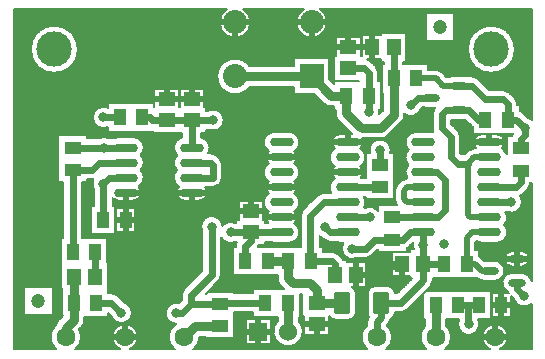
<source format=gtl>
G04 Layer_Physical_Order=1*
G04 Layer_Color=255*
%FSLAX24Y24*%
%MOIN*%
G70*
G01*
G75*
%ADD10C,0.0079*%
%ADD11C,0.0472*%
%ADD12R,0.0551X0.0413*%
%ADD13R,0.0413X0.0551*%
%ADD14O,0.0800X0.0295*%
%ADD15R,0.0571X0.0453*%
%ADD16R,0.0453X0.0571*%
%ADD17O,0.0591X0.0281*%
G04:AMPARAMS|DCode=18|XSize=51.2mil|YSize=72mil|CornerRadius=2.6mil|HoleSize=0mil|Usage=FLASHONLY|Rotation=0.000|XOffset=0mil|YOffset=0mil|HoleType=Round|Shape=RoundedRectangle|*
%AMROUNDEDRECTD18*
21,1,0.0512,0.0669,0,0,0.0*
21,1,0.0461,0.0720,0,0,0.0*
1,1,0.0051,0.0230,-0.0335*
1,1,0.0051,-0.0230,-0.0335*
1,1,0.0051,-0.0230,0.0335*
1,1,0.0051,0.0230,0.0335*
%
%ADD18ROUNDEDRECTD18*%
%ADD19C,0.0315*%
%ADD20C,0.0236*%
%ADD21C,0.0197*%
%ADD22C,0.1181*%
%ADD23C,0.0630*%
%ADD24R,0.0600X0.0600*%
%ADD25C,0.0600*%
%ADD26C,0.0800*%
%ADD27R,0.0800X0.0800*%
%ADD28C,0.0315*%
D10*
X38223Y27392D02*
G03*
X38258Y26614I349J-374D01*
G01*
X38888D02*
G03*
X39085Y27018I-315J404D01*
G01*
D02*
G03*
X39016Y27274I-512J0D01*
G01*
X38322Y27583D02*
G03*
X38223Y27392I251J-251D01*
G01*
X38323Y27583D02*
G03*
X38223Y27392I250J-251D01*
G01*
X39089Y27348D02*
G03*
X39193Y27598I-250J251D01*
G01*
X39089Y27348D02*
G03*
X39193Y27598I-251J251D01*
G01*
X40974Y27018D02*
G03*
X40384Y26614I-433J0D01*
G01*
X40699D02*
G03*
X40974Y27018I-157J404D01*
G01*
X42253Y27461D02*
G03*
X42195Y26614I256J-443D01*
G01*
X40086Y27727D02*
G03*
X40778Y27835I337J108D01*
G01*
D02*
G03*
X40531Y28172I-354J0D01*
G01*
X42331Y28161D02*
G03*
X42253Y27461I-77J-346D01*
G01*
X40312Y28392D02*
G03*
X40089Y28484I-223J-222D01*
G01*
X40311Y28392D02*
G03*
X40089Y28484I-223J-223D01*
G01*
X42523Y28638D02*
G03*
X42431Y28415I223J-223D01*
G01*
X42524Y28638D02*
G03*
X42431Y28415I222J-223D01*
G01*
X42825Y26614D02*
G03*
X43022Y27018I-315J404D01*
G01*
X45630Y27557D02*
G03*
X46477Y27205I350J-352D01*
G01*
X45630Y28976D02*
G03*
X45734Y28726I354J0D01*
G01*
X45630Y28976D02*
G03*
X45734Y28726I354J0D01*
G01*
X43658Y28882D02*
G03*
X43750Y29104I-223J223D01*
G01*
X43657Y28881D02*
G03*
X43750Y29104I-222J223D01*
G01*
Y30349D02*
G03*
X44227Y30197I315J162D01*
G01*
Y30827D02*
G03*
X43788Y30733I-162J-315D01*
G01*
X43788D02*
G03*
X43120Y30539I-353J-31D01*
G01*
X44963Y30020D02*
G03*
X45012Y30089I-229J217D01*
G01*
X44252Y30159D02*
G03*
X44232Y30049I295J-110D01*
G01*
X44963Y30020D02*
G03*
X45012Y30089I-229J217D01*
G01*
X44252Y30159D02*
G03*
X44232Y30049I295J-110D01*
G01*
X44269Y30197D02*
G03*
X44252Y30159I278J-148D01*
G01*
X44269Y30197D02*
G03*
X44252Y30159I278J-148D01*
G01*
X45338Y31214D02*
G03*
X45319Y30827I173J-202D01*
G01*
X45371Y30197D02*
G03*
X45510Y30167I140J315D01*
G01*
X46015D02*
G03*
X46359Y30512I0J344D01*
G01*
D02*
G03*
X46188Y30810I-344J0D01*
G01*
D02*
G03*
X46281Y31012I-173J202D01*
G01*
D02*
G03*
X46188Y31214I-266J0D01*
G01*
X40128Y31651D02*
G03*
X40318Y31571I191J185D01*
G01*
X39494Y32280D02*
G03*
X39498Y31964I319J-154D01*
G01*
X39429Y32274D02*
G03*
X39494Y32280I0J315D01*
G01*
X39429Y32274D02*
G03*
X39494Y32280I0J315D01*
G01*
X40005Y33652D02*
G03*
X39680Y33652I-162J-315D01*
G01*
X40823Y31571D02*
G03*
X41089Y31837I0J266D01*
G01*
D02*
G03*
X40996Y32039I-266J0D01*
G01*
D02*
G03*
X41168Y32337I-173J298D01*
G01*
D02*
G03*
X41060Y32587I-344J0D01*
G01*
D02*
G03*
X41168Y32837I-237J250D01*
G01*
X42346Y32039D02*
G03*
X42519Y31571I173J-202D01*
G01*
X42281Y32587D02*
G03*
X42346Y32039I237J-250D01*
G01*
X42281Y33087D02*
G03*
X42281Y32587I237J-250D01*
G01*
X41168Y33337D02*
G03*
X40823Y33681I-344J0D01*
G01*
X41168Y32837D02*
G03*
X41060Y33087I-344J0D01*
G01*
D02*
G03*
X41168Y33337I-237J250D01*
G01*
X40318Y33681D02*
G03*
X40179Y33652I0J-344D01*
G01*
X42456Y33675D02*
G03*
X42281Y33087I63J-339D01*
G01*
X38976Y36614D02*
G03*
X38976Y36614I-787J0D01*
G01*
D02*
G03*
X38976Y36614I-787J0D01*
G01*
X39961Y34667D02*
G03*
X39961Y34014I-138J-326D01*
G01*
X43023Y31571D02*
G03*
X43289Y31837I0J266D01*
G01*
D02*
G03*
X43214Y32022I-266J0D01*
G01*
X43468D02*
G03*
X43783Y32337I0J315D01*
G01*
X43616Y33059D02*
G03*
X43394Y33152I-223J-223D01*
G01*
X43468Y32022D02*
G03*
X43783Y32337I0J315D01*
G01*
X43617Y33059D02*
G03*
X43394Y33152I-223J-222D01*
G01*
X43783Y32762D02*
G03*
X43691Y32985I-315J0D01*
G01*
X43783Y32762D02*
G03*
X43691Y32985I-315J0D01*
G01*
X43368Y33337D02*
G03*
X43086Y33675I-344J0D01*
G01*
X43314Y33152D02*
G03*
X43368Y33337I-291J185D01*
G01*
X43322Y33937D02*
G03*
X43839Y34252I162J315D01*
G01*
D02*
G03*
X43322Y34567I-354J0D01*
G01*
X45338Y31810D02*
G03*
X45338Y31214I173J-298D01*
G01*
Y32810D02*
G03*
X45338Y32214I173J-298D01*
G01*
D02*
G03*
X45338Y31810I173J-202D01*
G01*
X46188Y31214D02*
G03*
X46359Y31512I-173J298D01*
G01*
D02*
G03*
X46188Y31810I-344J0D01*
G01*
D02*
G03*
X46281Y32012I-173J202D01*
G01*
D02*
G03*
X46188Y32214I-266J0D01*
G01*
D02*
G03*
X46359Y32512I-173J298D01*
G01*
D02*
G03*
X46188Y32810I-344J0D01*
G01*
D02*
G03*
X46281Y33012I-173J202D01*
G01*
X45338Y33214D02*
G03*
X45338Y32810I173J-202D01*
G01*
X45510Y33856D02*
G03*
X45338Y33214I0J-344D01*
G01*
X46281Y33012D02*
G03*
X46188Y33214I-266J0D01*
G01*
D02*
G03*
X46359Y33512I-173J298D01*
G01*
D02*
G03*
X46015Y33856I-344J0D01*
G01*
X44693Y36063D02*
G03*
X44693Y35354I-480J-354D01*
G01*
X43946Y37953D02*
G03*
X44731Y37509I267J-444D01*
G01*
D02*
G03*
X44479Y37953I-518J0D01*
G01*
X46496D02*
G03*
X47281Y37509I267J-444D01*
G01*
X46477Y27205D02*
G03*
X46339Y27549I-497J0D01*
G01*
X47355Y27726D02*
G03*
X47555Y27602I199J98D01*
G01*
X48015D02*
G03*
X48238Y27825I0J222D01*
G01*
Y28494D02*
G03*
X48098Y28701I-222J0D01*
G01*
X48622Y27421D02*
G03*
X48622Y26614I315J-403D01*
G01*
X49252D02*
G03*
X49449Y27018I-315J404D01*
G01*
D02*
G03*
X49264Y27411I-512J0D01*
G01*
X48671Y27699D02*
G03*
X48622Y27530I266J-169D01*
G01*
X48671Y27699D02*
G03*
X48622Y27530I266J-169D01*
G01*
X48632Y27825D02*
G03*
X48671Y27699I222J0D01*
G01*
X48855Y28717D02*
G03*
X48632Y28494I0J-222D01*
G01*
X49307Y27454D02*
G03*
X49394Y27617I-222J223D01*
G01*
X49308Y27455D02*
G03*
X49394Y27617I-223J223D01*
G01*
D02*
G03*
X49538Y27825I-79J208D01*
G01*
X49734Y27844D02*
G03*
X49957Y27937I0J315D01*
G01*
X49734Y27844D02*
G03*
X49957Y27937I0J315D01*
G01*
X49538Y28494D02*
G03*
X49315Y28717I-222J0D01*
G01*
X47674Y29770D02*
G03*
X47451Y29862I-223J-223D01*
G01*
X47674Y29770D02*
G03*
X47451Y29862I-223J-222D01*
G01*
X47821Y29587D02*
G03*
X47752Y29691I-292J-118D01*
G01*
X47821Y29587D02*
G03*
X47752Y29692I-292J-118D01*
G01*
X47825Y30167D02*
G03*
X48282Y29656I295J-197D01*
G01*
X46490Y31286D02*
G03*
X46398Y31063I223J-223D01*
G01*
X46490Y31286D02*
G03*
X46398Y31063I222J-223D01*
G01*
X47571Y30197D02*
G03*
X47710Y30167I140J315D01*
G01*
X47159Y30289D02*
G03*
X47382Y30197I223J222D01*
G01*
X47159Y30289D02*
G03*
X47382Y30197I223J223D01*
G01*
X47028Y30378D02*
G03*
X47107Y30342I187J301D01*
G01*
X48986Y31224D02*
G03*
X48535Y31327I-285J-210D01*
G01*
X48506D02*
G03*
X48559Y31512I-291J185D01*
G01*
D02*
G03*
X48506Y31697I-344J0D01*
G01*
X48563Y29656D02*
G03*
X48786Y29748I0J315D01*
G01*
X48563Y29656D02*
G03*
X48786Y29748I0J315D01*
G01*
X49931Y29978D02*
G03*
X50026Y30043I-128J288D01*
G01*
X49931Y29978D02*
G03*
X50026Y30043I-128J288D01*
G01*
X50146Y30163D02*
G03*
X50167Y29947I346J-74D01*
G01*
X49537Y31614D02*
G03*
X49613Y31417I295J0D01*
G01*
X49537Y31614D02*
G03*
X49613Y31417I295J0D01*
G01*
X51220Y26614D02*
G03*
X51417Y27018I-315J404D01*
G01*
X50551Y27387D02*
G03*
X50591Y26614I354J-369D01*
G01*
X51417Y27018D02*
G03*
X51260Y27387I-512J0D01*
G01*
X51678Y27603D02*
G03*
X52352Y27451I320J-152D01*
G01*
X53307Y27018D02*
G03*
X52717Y26614I-433J0D01*
G01*
X53031D02*
G03*
X53307Y27018I-157J404D01*
G01*
X52352Y27451D02*
G03*
X52315Y27608I-354J0D01*
G01*
X53310Y28523D02*
G03*
X53332Y28474I297J104D01*
G01*
X53310Y28523D02*
G03*
X53332Y28474I297J104D01*
G01*
X53511Y28278D02*
G03*
X54094Y28131I337J108D01*
G01*
X50705Y28684D02*
G03*
X50797Y28907I-222J223D01*
G01*
X50705Y28685D02*
G03*
X50797Y28907I-223J223D01*
G01*
X52276Y28986D02*
G03*
X52358Y28946I168J243D01*
G01*
X52276Y28986D02*
G03*
X52358Y28946I168J243D01*
G01*
X53452Y29166D02*
G03*
X53310Y28523I0J-337D01*
G01*
X52358Y28946D02*
G03*
X52542Y28892I184J282D01*
G01*
X52852D02*
G03*
X53189Y29229I0J337D01*
G01*
X52423Y29667D02*
G03*
X52333Y29729I-209J-209D01*
G01*
X52423Y29667D02*
G03*
X52333Y29729I-209J-209D01*
G01*
X52257Y30217D02*
G03*
X52435Y30167I177J295D01*
G01*
X53189Y29229D02*
G03*
X52852Y29566I-337J0D01*
G01*
X52939Y30167D02*
G03*
X53284Y30512I0J344D01*
G01*
X53452Y29887D02*
G03*
X53452Y29370I0J-258D01*
G01*
X54094Y28886D02*
G03*
X53762Y29166I-332J-57D01*
G01*
Y29370D02*
G03*
X54021Y29629I0J258D01*
G01*
D02*
G03*
X53762Y29887I-258J0D01*
G01*
X53284Y30512D02*
G03*
X53176Y30762I-344J0D01*
G01*
D02*
G03*
X53284Y31012I-237J250D01*
G01*
D02*
G03*
X53227Y31201I-344J0D01*
G01*
X53263D02*
G03*
X53780Y31516I162J315D01*
G01*
D02*
G03*
X53710Y31726I-354J0D01*
G01*
X47161Y31827D02*
G03*
X46939Y31735I0J-315D01*
G01*
X47161Y31827D02*
G03*
X46938Y31734I0J-315D01*
G01*
X47537Y32310D02*
G03*
X47420Y31827I173J-298D01*
G01*
X48406Y32327D02*
G03*
X48481Y32512I-191J185D01*
G01*
X47537Y33310D02*
G03*
X47537Y32714I173J-298D01*
G01*
D02*
G03*
X47537Y32310I173J-202D01*
G01*
X48481Y32512D02*
G03*
X48388Y32714I-266J0D01*
G01*
D02*
G03*
X48559Y33012I-173J298D01*
G01*
D02*
G03*
X48388Y33310I-344J0D01*
G01*
X49400Y33258D02*
G03*
X48702Y33169I-354J0D01*
G01*
X47710Y33778D02*
G03*
X47537Y33310I0J-266D01*
G01*
X47569Y34478D02*
G03*
X47673Y34228I354J0D01*
G01*
X47569Y34478D02*
G03*
X47673Y34228I354J0D01*
G01*
X48388Y33310D02*
G03*
X48481Y33512I-173J202D01*
G01*
D02*
G03*
X48447Y33642I-266J0D01*
G01*
X49624Y32108D02*
G03*
X49537Y31900I209J-209D01*
G01*
X49624Y32108D02*
G03*
X49537Y31900I209J-209D01*
G01*
X49388Y33169D02*
G03*
X49400Y33258I-343J89D01*
G01*
X49945Y32307D02*
G03*
X49736Y32221I0J-295D01*
G01*
X49945Y32307D02*
G03*
X49736Y32221I0J-295D01*
G01*
X49998Y32762D02*
G03*
X49958Y32307I237J-250D01*
G01*
X49998Y33262D02*
G03*
X49998Y32762I237J-250D01*
G01*
X50235Y33856D02*
G03*
X49998Y33262I0J-344D01*
G01*
X49065Y33642D02*
G03*
X49316Y33746I0J354D01*
G01*
X49065Y33642D02*
G03*
X49316Y33746I0J354D01*
G01*
X49007Y34439D02*
G03*
X49016Y34518I-345J79D01*
G01*
D02*
G03*
X49007Y34596I-354J0D01*
G01*
X49748Y34178D02*
G03*
X49852Y34429I-250J251D01*
G01*
X49749Y34179D02*
G03*
X49852Y34429I-251J251D01*
G01*
X47152Y34818D02*
G03*
X47402Y34715I251J251D01*
G01*
X47152Y34819D02*
G03*
X47402Y34715I251J250D01*
G01*
X47281Y37509D02*
G03*
X47029Y37953I-518J0D01*
G01*
X48986Y35827D02*
G03*
X48894Y36049I-315J0D01*
G01*
X48986Y35827D02*
G03*
X48894Y36050I-315J0D01*
G01*
X48746Y36197D02*
G03*
X48602Y36280I-223J-223D01*
G01*
X48747Y36197D02*
G03*
X48602Y36280I-223J-222D01*
G01*
X50831Y33844D02*
G03*
X50739Y33856I-92J-332D01*
G01*
X50797Y33986D02*
G03*
X50831Y33844I315J0D01*
G01*
X50797Y33986D02*
G03*
X50831Y33844I315J0D01*
G01*
X51722Y33691D02*
G03*
X51630Y33914I-315J0D01*
G01*
X51722Y33691D02*
G03*
X51630Y33914I-315J0D01*
G01*
X52185Y33307D02*
G03*
X51976Y33221I0J-295D01*
G01*
X52185Y33307D02*
G03*
X51976Y33221I0J-295D01*
G01*
X49852Y34464D02*
G03*
X50406Y34636I217J280D01*
G01*
X50878Y34659D02*
G03*
X50797Y34449I234J-210D01*
G01*
X50878Y34659D02*
G03*
X50797Y34449I234J-210D01*
G01*
X50483Y34681D02*
G03*
X50603Y34659I120J315D01*
G01*
X52100Y34049D02*
G03*
X52156Y34005I223J223D01*
G01*
X51823Y34259D02*
G03*
X51884Y34265I0J337D01*
G01*
X52100Y34049D02*
G03*
X52156Y34005I223J222D01*
G01*
X51427Y34270D02*
G03*
X51513Y34259I86J326D01*
G01*
Y35734D02*
G03*
X51350Y35692I0J-337D01*
G01*
X52327Y35619D02*
G03*
X52104Y35711I-223J-222D01*
G01*
X52326Y35619D02*
G03*
X52104Y35711I-223J-223D01*
G01*
X51944D02*
G03*
X51823Y35734I-120J-315D01*
G01*
X53268Y33116D02*
G03*
X53112Y33310I-328J-104D01*
G01*
D02*
G03*
X53205Y33512I-173J202D01*
G01*
X52435Y33778D02*
G03*
X52262Y33310I0J-266D01*
G01*
X53205Y33512D02*
G03*
X52939Y33778I-266J0D01*
G01*
X53710Y31726D02*
G03*
X53799Y31789I-133J285D01*
G01*
X53710Y31726D02*
G03*
X53800Y31790I-133J285D01*
G01*
X53487Y33799D02*
G03*
X53441Y33711I253J-187D01*
G01*
X53962Y31952D02*
G03*
X54054Y32156I-222J223D01*
G01*
X53963Y31952D02*
G03*
X54054Y32156I-223J223D01*
G01*
X53487Y33799D02*
G03*
X53441Y33711I253J-187D01*
G01*
X53815Y34494D02*
G03*
X53711Y34564I-223J-223D01*
G01*
X53816Y34494D02*
G03*
X53711Y34564I-223J-222D01*
G01*
X53622Y34774D02*
G03*
X53530Y34996I-315J0D01*
G01*
X53622Y34774D02*
G03*
X53529Y34997I-315J0D01*
G01*
X53363Y35163D02*
G03*
X53140Y35256I-223J-222D01*
G01*
X53362Y35164D02*
G03*
X53140Y35256I-223J-223D01*
G01*
X54094Y34269D02*
G03*
X53976Y34334I-226J-273D01*
G01*
X51104Y35849D02*
G03*
X50896Y35935I-209J-209D01*
G01*
X51104Y35849D02*
G03*
X50896Y35935I-209J-209D01*
G01*
X53543Y36614D02*
G03*
X53543Y36614I-787J0D01*
G01*
D02*
G03*
X53543Y36614I-787J0D01*
G01*
X36850Y26929D02*
X38069D01*
X36850Y26811D02*
X38105D01*
X36850Y26870D02*
X38083D01*
X36850Y27047D02*
X38062D01*
X36850Y26988D02*
X38062D01*
X36850Y27106D02*
X38069D01*
X37559Y26614D02*
Y27756D01*
X38090Y26614D02*
Y26847D01*
X37618Y26614D02*
Y27756D01*
X37441Y26614D02*
Y27756D01*
X36850Y27165D02*
X38083D01*
X37500Y26614D02*
Y27756D01*
X37382Y26614D02*
Y27756D01*
X37736Y26614D02*
Y27756D01*
X37677Y26614D02*
Y27756D01*
X37205Y26614D02*
Y27756D01*
X37323Y26614D02*
Y27756D01*
X37264Y26614D02*
Y27756D01*
X37795Y26614D02*
Y27756D01*
X37913Y26614D02*
Y27756D01*
X37854Y26614D02*
Y27756D01*
X37972Y26614D02*
Y27756D01*
X38090Y27189D02*
Y27756D01*
X38031Y26614D02*
Y27756D01*
X38150Y26614D02*
Y26730D01*
X36850Y26614D02*
X38258D01*
X38209D02*
Y26658D01*
X36850Y26752D02*
X38135D01*
X36850Y26634D02*
X38234D01*
X36850Y26693D02*
X38177D01*
X38976Y26614D02*
Y26703D01*
X38888Y26614D02*
X40384D01*
X39035D02*
Y26799D01*
X39010Y26752D02*
X40199D01*
X38911Y26634D02*
X40341D01*
X38968Y26693D02*
X40255D01*
X39041Y26811D02*
X40161D01*
X39063Y26870D02*
X40134D01*
X39063Y27165D02*
X40134D01*
X39094Y26614D02*
Y27353D01*
X39077Y26929D02*
X40117D01*
X39153Y26614D02*
Y27436D01*
X39084Y27047D02*
X40109D01*
X39084Y26988D02*
X40109D01*
X39077Y27106D02*
X40117D01*
X36850Y27224D02*
X38105D01*
X36850Y27283D02*
X38135D01*
X36850Y27342D02*
X38177D01*
X36850Y27402D02*
X38225D01*
X36850Y27461D02*
X38242D01*
X36850Y27520D02*
X38272D01*
X36850Y27579D02*
X38318D01*
X37185Y27756D02*
X38130D01*
X36850Y27638D02*
X38377D01*
X36850Y27756D02*
X38435D01*
X36850Y28287D02*
X37185D01*
X36850Y28169D02*
X37185D01*
X36850Y28228D02*
X37185D01*
X36850Y28465D02*
X37185D01*
X36850Y28346D02*
X37185D01*
X36850Y28405D02*
X37185D01*
X36850Y27933D02*
X37185D01*
X36850Y27815D02*
X37185D01*
X36850Y27874D02*
X37185D01*
X36850Y28110D02*
X37185D01*
X36850Y27992D02*
X37185D01*
X36850Y28051D02*
X37185D01*
X39035Y27237D02*
Y27294D01*
X39025Y27283D02*
X40199D01*
X39016Y27274D02*
X39089Y27348D01*
X36850Y27697D02*
X38436D01*
X38323Y27583D02*
X38436Y27697D01*
X38484Y27745D01*
X39041Y27224D02*
X40161D01*
X39084Y27342D02*
X40255D01*
X39133Y27402D02*
X40341D01*
X39165Y27461D02*
X42253D01*
X38130Y28287D02*
X38435D01*
X38130Y28169D02*
X38435D01*
X38130Y28228D02*
X38435D01*
X38130Y28465D02*
X38435D01*
X38130Y28346D02*
X38435D01*
X38130Y28405D02*
X38435D01*
X38130Y27933D02*
X38435D01*
X38130Y27815D02*
X38435D01*
X38130Y27874D02*
X38435D01*
X38130Y28110D02*
X38435D01*
X38130Y27992D02*
X38435D01*
X38130Y28051D02*
X38435D01*
X39449Y26614D02*
Y27697D01*
X39567Y26614D02*
Y27697D01*
X39508Y26614D02*
Y27697D01*
X40098Y26614D02*
Y27693D01*
X40157Y26614D02*
Y26817D01*
X40216Y26614D02*
Y26731D01*
X40807Y26614D02*
Y26676D01*
X40276Y26614D02*
Y26676D01*
X40157Y27218D02*
Y27600D01*
X40216Y27304D02*
Y27547D01*
X39390Y26614D02*
Y27697D01*
X39685Y26614D02*
Y27697D01*
X39626Y26614D02*
Y27697D01*
X39213Y26614D02*
Y27697D01*
X39331Y26614D02*
Y27697D01*
X39272Y26614D02*
Y27697D01*
X39921Y26614D02*
Y27697D01*
X39980Y26614D02*
Y27697D01*
X40039Y26614D02*
Y27773D01*
X39744Y26614D02*
Y27697D01*
X39862Y26614D02*
Y27697D01*
X39803Y26614D02*
Y27697D01*
X40866Y26614D02*
Y26731D01*
X40699Y26614D02*
X42195D01*
X40742Y26634D02*
X42171D01*
X40922Y26811D02*
X42042D01*
X40828Y26693D02*
X42114D01*
X40883Y26752D02*
X42072D01*
X40925Y26614D02*
Y26817D01*
X42106Y26614D02*
Y26703D01*
X42047Y26614D02*
Y26799D01*
X40973Y26988D02*
X41999D01*
X40948Y26870D02*
X42020D01*
X40965Y26929D02*
X42006D01*
X40948Y27165D02*
X42020D01*
X40922Y27224D02*
X42042D01*
X40883Y27283D02*
X42072D01*
X41929Y26614D02*
Y27674D01*
X41988Y26614D02*
Y27581D01*
X40973Y27047D02*
X41999D01*
X40965Y27106D02*
X42006D01*
X42047Y27237D02*
Y27527D01*
X40276Y27360D02*
Y27513D01*
X40394Y27425D02*
Y27482D01*
X40335Y27398D02*
Y27492D01*
X39193Y27638D02*
X40129D01*
X39184Y27520D02*
X40261D01*
X39192Y27579D02*
X40178D01*
X40453Y27442D02*
Y27482D01*
X40689Y27425D02*
Y27600D01*
X40748Y27398D02*
Y27693D01*
X40512Y27450D02*
Y27492D01*
X40571Y27450D02*
Y27513D01*
X40630Y27442D02*
Y27547D01*
X39193Y27598D02*
Y27697D01*
Y27697D02*
X40097D01*
X39193Y27697D02*
X39242D01*
X39193D02*
X39242D01*
X39990D01*
Y27756D02*
X40057D01*
X39990Y27697D02*
Y27822D01*
X40086Y27727D01*
X40312Y28392D02*
X40531Y28172D01*
X40777Y27815D02*
X41900D01*
X40668Y27579D02*
X41990D01*
X40742Y27402D02*
X42171D01*
X40585Y27520D02*
X42058D01*
X40750Y27697D02*
X41920D01*
X40718Y27638D02*
X41947D01*
X40741Y27992D02*
X41947D01*
X42106Y27332D02*
Y27493D01*
X40828Y27342D02*
X42114D01*
X42165Y27396D02*
Y27472D01*
X40775Y27874D02*
X41905D01*
X40769Y27756D02*
X41905D01*
X40764Y27933D02*
X41920D01*
X40540Y28169D02*
X42248D01*
X40475Y28228D02*
X42399D01*
X40416Y28287D02*
X42431D01*
X40357Y28346D02*
X42431D01*
X40297Y28405D02*
X42431D01*
X40198Y28465D02*
X42435D01*
X40704Y28051D02*
X41990D01*
X40646Y28110D02*
X42058D01*
X42260Y28169D02*
X42340D01*
X42331Y28161D02*
X42431Y28260D01*
Y28415D01*
X36850Y28583D02*
X37185D01*
X36850Y28524D02*
X37185D01*
Y27756D02*
Y28701D01*
X36850Y28642D02*
X37185D01*
X36850Y28701D02*
X37185D01*
X37559Y28701D02*
Y36142D01*
X37795Y28701D02*
Y35932D01*
X37913Y28701D02*
Y35877D01*
X37854Y28701D02*
Y35901D01*
X37618Y28701D02*
Y36072D01*
X37736Y28701D02*
Y35970D01*
X37677Y28701D02*
Y36016D01*
X37027Y26614D02*
Y37953D01*
X37146Y26614D02*
Y37953D01*
X37087Y26614D02*
Y37953D01*
X36850Y26614D02*
Y37953D01*
X36968Y26614D02*
Y37953D01*
X36909Y26614D02*
Y37953D01*
X37382Y28701D02*
Y37953D01*
X37500Y28701D02*
Y36233D01*
X37441Y28701D02*
Y36369D01*
X37205Y28701D02*
Y37953D01*
X37323Y28701D02*
Y37953D01*
X37264Y28701D02*
Y37953D01*
X37185Y28701D02*
X38130D01*
Y28642D02*
X38415D01*
X36850Y28760D02*
X38415D01*
X36850Y28937D02*
X38415D01*
X36850Y28819D02*
X38415D01*
X36850Y28878D02*
X38415D01*
X38130Y27756D02*
Y28701D01*
Y28524D02*
X38435D01*
Y27697D02*
Y28553D01*
X38130Y28701D02*
X38415D01*
X38130Y28583D02*
X38415D01*
X38435Y28553D02*
Y28642D01*
X37972Y28701D02*
Y35857D01*
X38090Y28701D02*
Y35833D01*
X38031Y28701D02*
Y35843D01*
X36850Y29114D02*
X38415D01*
X36850Y28996D02*
X38415D01*
X36850Y29055D02*
X38415D01*
X38150Y27305D02*
Y35828D01*
X38209Y27377D02*
Y35827D01*
X38268Y27513D02*
Y35831D01*
X38327Y27588D02*
Y35839D01*
X38415Y28553D02*
Y29390D01*
X38386Y27647D02*
Y32185D01*
X36850Y29646D02*
X38396D01*
X36850Y29527D02*
X38396D01*
X36850Y29587D02*
X38396D01*
X36850Y29823D02*
X38396D01*
X36850Y29705D02*
X38396D01*
X36850Y29764D02*
X38396D01*
X36850Y29291D02*
X38415D01*
X36850Y29173D02*
X38415D01*
X36850Y29232D02*
X38415D01*
X36850Y29468D02*
X38396D01*
X36850Y29350D02*
X38415D01*
X36850Y29409D02*
X38396D01*
X36850Y30000D02*
X38396D01*
X36850Y29882D02*
X38396D01*
X36850Y29941D02*
X38396D01*
X36850Y30177D02*
X38396D01*
X36850Y30059D02*
X38396D01*
X36850Y30118D02*
X38396D01*
X36850Y30295D02*
X38396D01*
X36850Y30236D02*
X38396D01*
Y29390D02*
Y30335D01*
X38445D02*
Y32185D01*
X38396Y30335D02*
X38484D01*
Y32185D01*
X36850Y30472D02*
X38484D01*
X36850Y30354D02*
X38484D01*
X36850Y30413D02*
X38484D01*
X36850Y30650D02*
X38484D01*
X36850Y30531D02*
X38484D01*
X36850Y30590D02*
X38484D01*
X39114D02*
X39409D01*
X39114Y30472D02*
X39409D01*
X39114Y30531D02*
X39409D01*
X36850Y30709D02*
X38484D01*
X39114Y30650D02*
X39409D01*
X39114Y30709D02*
X39409D01*
X36850Y30886D02*
X38484D01*
X36850Y30768D02*
X38484D01*
X36850Y30827D02*
X38484D01*
X36850Y31063D02*
X38484D01*
X36850Y30945D02*
X38484D01*
X36850Y31004D02*
X38484D01*
X39114Y30335D02*
Y32185D01*
Y30768D02*
X39409D01*
X39114Y30827D02*
X39409D01*
X39114Y31122D02*
X39409D01*
X39114Y30886D02*
X39409D01*
X39114Y31063D02*
X39409D01*
X40098Y28484D02*
Y30453D01*
X39990Y28484D02*
Y28642D01*
Y28484D02*
X40089D01*
X40039D02*
Y30453D01*
X40335Y28369D02*
Y30531D01*
X40453Y28251D02*
Y30531D01*
X40394Y28310D02*
Y30531D01*
X40157Y28477D02*
Y30453D01*
X40216Y28457D02*
Y30453D01*
X40276Y28423D02*
Y30531D01*
X40689Y28069D02*
Y30531D01*
X40807Y27360D02*
Y30531D01*
X40748Y27976D02*
Y30531D01*
X40512Y28192D02*
Y30531D01*
X40630Y28122D02*
Y30531D01*
X40571Y28157D02*
Y30531D01*
X41043Y26614D02*
Y31688D01*
X41102Y26614D02*
Y32135D01*
X41161Y26614D02*
Y32271D01*
X40866Y27304D02*
Y30531D01*
X40925Y27218D02*
Y31591D01*
X40984Y26614D02*
Y31625D01*
X41634Y26614D02*
Y33829D01*
X41752Y26614D02*
Y33829D01*
X41693Y26614D02*
Y33829D01*
X41457Y26614D02*
Y33829D01*
X39990Y28524D02*
X42450D01*
X41516Y26614D02*
Y33829D01*
X42224Y28168D02*
Y32157D01*
X42342Y28172D02*
Y31638D01*
X42283Y28168D02*
Y31713D01*
X42401Y28231D02*
Y31598D01*
X41398Y26614D02*
Y33868D01*
X41811Y26614D02*
Y33829D01*
X41575Y26614D02*
Y33829D01*
X41220Y26614D02*
Y33868D01*
X41339Y26614D02*
Y33868D01*
X41279Y26614D02*
Y33868D01*
X41870Y26614D02*
Y33829D01*
X41988Y28049D02*
Y33829D01*
X41929Y27956D02*
Y33829D01*
X42047Y28103D02*
Y33829D01*
X42165Y28158D02*
Y33829D01*
X42106Y28137D02*
Y33829D01*
X39449Y30335D02*
Y30453D01*
X39567Y30335D02*
Y30453D01*
X39508Y30335D02*
Y30453D01*
X39144Y30335D02*
X39203D01*
X39951D01*
X39144D02*
X39203D01*
X39970Y28553D02*
Y28642D01*
Y29518D01*
X39980Y28642D02*
Y30453D01*
X39626Y30335D02*
Y30453D01*
X39951Y29518D02*
Y30335D01*
X39862D02*
Y30453D01*
X39153Y30335D02*
Y32185D01*
X39213Y30335D02*
Y32185D01*
X39331Y30335D02*
Y32274D01*
X39272Y30335D02*
Y32185D01*
X39114Y30945D02*
X39409D01*
X39114Y31004D02*
X39409D01*
X39390Y30335D02*
Y32274D01*
X39744Y30335D02*
Y30453D01*
X39685Y30335D02*
Y30453D01*
X39409D02*
Y31398D01*
X39921Y30335D02*
Y30453D01*
X39803Y30335D02*
Y30453D01*
X39970Y28701D02*
X42586D01*
X39970Y28760D02*
X42645D01*
X39970Y28819D02*
X42704D01*
X39409Y30453D02*
X40217D01*
X39970Y28878D02*
X42763D01*
X39970Y28937D02*
X42822D01*
X39990Y28583D02*
X42479D01*
X39990Y28642D02*
X42527D01*
X40236Y30531D02*
X40886D01*
X40217Y30453D02*
Y31398D01*
X42520Y28634D02*
Y31571D01*
X42461Y28548D02*
Y31577D01*
X40236Y30531D02*
Y31319D01*
X40886Y30531D02*
Y31319D01*
X42579Y28693D02*
Y31571D01*
X42697Y28811D02*
Y31571D01*
X42638Y28752D02*
Y31571D01*
X42756Y28871D02*
Y31571D01*
X42874Y28989D02*
Y31571D01*
X42815Y28930D02*
Y31571D01*
X43287Y26614D02*
Y26978D01*
X43405Y26614D02*
Y26978D01*
X43346Y26614D02*
Y26978D01*
X42874Y26614D02*
Y26658D01*
X42933Y26614D02*
Y26730D01*
X42992Y26614D02*
Y26846D01*
X43878Y26614D02*
Y26978D01*
X43996Y26614D02*
Y26978D01*
X43937Y26614D02*
Y26978D01*
X43464Y26614D02*
Y26978D01*
X43819Y26614D02*
Y26978D01*
X43524Y26614D02*
Y26978D01*
X43169Y26614D02*
Y27028D01*
X43051Y26614D02*
Y27028D01*
X43110Y26614D02*
Y27028D01*
X43021Y26988D02*
X43228D01*
X43022Y27028D02*
X43228D01*
X43228Y26614D02*
Y27028D01*
X43642Y26614D02*
Y26978D01*
X43583Y26614D02*
Y26978D01*
X43228D02*
Y27028D01*
X43760Y26614D02*
Y26978D01*
X43701Y26614D02*
Y26978D01*
X42905Y26693D02*
X48542D01*
X42825Y26614D02*
X48622D01*
X42848Y26634D02*
X48599D01*
X43000Y26870D02*
X44562D01*
X42947Y26752D02*
X45776D01*
X42978Y26811D02*
X44562D01*
X44055Y26614D02*
Y26978D01*
X44587Y26614D02*
Y26787D01*
X44114Y26614D02*
Y26978D01*
X43228D02*
X44173D01*
X44562Y26787D02*
X45398D01*
X43014Y26929D02*
X44562D01*
X44173Y26614D02*
Y26978D01*
X44173D02*
Y27726D01*
X44232Y26614D02*
Y27844D01*
X44173Y27106D02*
X44562D01*
X44173Y26988D02*
X44562D01*
X44173Y27047D02*
X44562D01*
X44291Y26614D02*
Y27844D01*
X44409Y26614D02*
Y27844D01*
X44350Y26614D02*
Y27844D01*
X44468Y26614D02*
Y27844D01*
X44562Y26787D02*
Y27623D01*
X44527Y26614D02*
Y27844D01*
X43228Y28452D02*
X43310Y28533D01*
X44173Y27461D02*
X44562D01*
X44173Y27520D02*
X44562D01*
X43346Y28533D02*
Y28570D01*
X43310Y28533D02*
X44173D01*
X43405D02*
Y28629D01*
X44173Y27726D02*
Y27785D01*
Y27342D02*
X44562D01*
X44173Y27402D02*
X44562D01*
X44173Y28474D02*
Y28533D01*
Y27726D02*
Y27785D01*
Y27844D01*
X43464Y28533D02*
Y28688D01*
X43524Y28533D02*
Y28747D01*
X43583Y28533D02*
Y28806D01*
X39970Y28996D02*
X42881D01*
X43310Y28533D02*
X43657Y28881D01*
X39970Y29055D02*
X42940D01*
X44350Y28474D02*
Y29075D01*
X44527Y28474D02*
Y29075D01*
X44409Y28474D02*
Y29075D01*
X43642Y28533D02*
Y28866D01*
X43701Y28533D02*
Y28935D01*
X44291Y28474D02*
Y29075D01*
X44173Y27283D02*
X44562D01*
X44173Y27165D02*
X44562D01*
X44173Y27224D02*
X44562D01*
X44173Y27579D02*
X44562D01*
X44173Y27638D02*
X45630D01*
X44173Y27815D02*
X44823D01*
X44587Y27623D02*
Y27844D01*
X44562Y27623D02*
X45398D01*
X44173Y27844D02*
X44823D01*
X44173Y27697D02*
X44823D01*
X44173Y27756D02*
X44823D01*
X43359Y28583D02*
X44823D01*
X43418Y28642D02*
X45818D01*
X43477Y28701D02*
X45759D01*
X43654Y28878D02*
X45644D01*
X43536Y28760D02*
X45704D01*
X43595Y28819D02*
X45667D01*
X44587Y28474D02*
Y29075D01*
X44173Y28474D02*
X44823D01*
X44173Y28524D02*
X44823D01*
X43746Y29055D02*
X45630D01*
X43702Y28937D02*
X45632D01*
X43731Y28996D02*
X45630D01*
X44823Y26614D02*
Y26787D01*
X44941Y26614D02*
Y26787D01*
X44882Y26614D02*
Y26787D01*
X44646Y26614D02*
Y26787D01*
X44764Y26614D02*
Y26787D01*
X44705Y26614D02*
Y26787D01*
X45177Y26614D02*
Y26787D01*
X45354Y26614D02*
Y26787D01*
X45236Y26614D02*
Y26787D01*
X45000Y26614D02*
Y26787D01*
X45118Y26614D02*
Y26787D01*
X45059Y26614D02*
Y26787D01*
X45295Y26614D02*
Y26787D01*
X45398Y27106D02*
X45493D01*
X45398Y27224D02*
X45484D01*
X45398Y26787D02*
Y27623D01*
X45472Y26614D02*
Y27687D01*
X45413Y26614D02*
Y27687D01*
X45398Y27165D02*
X45485D01*
X45398Y27283D02*
X45490D01*
X45398Y27342D02*
X45503D01*
X45827Y26614D02*
Y26732D01*
X45945Y26614D02*
Y26709D01*
X45886Y26614D02*
Y26717D01*
X45398Y26811D02*
X45677D01*
X45768Y26614D02*
Y26756D01*
X45709Y26614D02*
Y26789D01*
X46004Y26614D02*
Y26708D01*
X46063Y26614D02*
Y26715D01*
X46122Y26614D02*
Y26728D01*
X46181Y26614D02*
Y26750D01*
X46185Y26752D02*
X48500D01*
X46240Y26614D02*
Y26781D01*
X45398Y26929D02*
X45567D01*
X45398Y26870D02*
X45613D01*
X45398Y27047D02*
X45509D01*
X45398Y26988D02*
X45533D01*
X45398Y27402D02*
X45524D01*
X45531Y26614D02*
Y26992D01*
X45650Y26614D02*
Y26834D01*
X45590Y26614D02*
Y26897D01*
X45531Y27418D02*
Y27687D01*
X46283Y26811D02*
X48469D01*
X46299Y26614D02*
Y26824D01*
X44646Y27623D02*
Y27844D01*
X44882Y27623D02*
Y27687D01*
X44823Y27623D02*
Y27844D01*
X44823Y27687D02*
Y27844D01*
X45000Y27623D02*
Y27687D01*
X44941Y27623D02*
Y27687D01*
X45236Y27623D02*
Y27687D01*
X45354Y27623D02*
Y27687D01*
X45295Y27623D02*
Y27687D01*
X45059Y27623D02*
Y27687D01*
X45177Y27623D02*
Y27687D01*
X45118Y27623D02*
Y27687D01*
X44646Y28474D02*
Y29075D01*
X44764Y27623D02*
Y27844D01*
X44705Y27623D02*
Y27844D01*
Y28474D02*
Y29075D01*
X44823Y28474D02*
Y29075D01*
X44764Y28474D02*
Y29075D01*
X44823Y28474D02*
Y28632D01*
X45059D02*
Y29075D01*
X45000Y28632D02*
Y29075D01*
X44892D02*
X44951D01*
X45295Y28632D02*
Y29075D01*
X45177Y28632D02*
Y29075D01*
X45398Y27461D02*
X45554D01*
X45398Y27520D02*
X45596D01*
X45398Y27579D02*
X45630D01*
X44823Y27687D02*
X45571D01*
X45630D01*
X44823Y28632D02*
X45571D01*
X45590Y27513D02*
Y27687D01*
X45571D02*
X45630D01*
Y27557D02*
Y27687D01*
X45571Y28632D02*
X45630D01*
X45828D01*
X45571D02*
X45630D01*
X45531D02*
Y29075D01*
X45590Y28632D02*
Y29075D01*
X44951Y29075D02*
X45581D01*
Y29075D02*
X45630D01*
X45581Y29075D02*
X45630D01*
X45650Y28632D02*
Y28860D01*
X45768Y28632D02*
Y28692D01*
X45709Y28632D02*
Y28754D01*
X45630Y28976D02*
Y29075D01*
X45734Y28726D02*
X45828Y28632D01*
X39970Y29114D02*
X42999D01*
X39970Y29173D02*
X43058D01*
X39970Y29232D02*
X43118D01*
X39951Y29587D02*
X43120D01*
X39970Y29291D02*
X43120D01*
X39951Y29527D02*
X43120D01*
X42524Y28638D02*
X43120Y29235D01*
X39970Y29468D02*
X43120D01*
X39970Y29350D02*
X43120D01*
X39970Y29409D02*
X43120D01*
X39951Y29764D02*
X43120D01*
X39951Y29646D02*
X43120D01*
X39951Y29705D02*
X43120D01*
X39951Y29941D02*
X43120D01*
X39951Y29823D02*
X43120D01*
X39951Y29882D02*
X43120D01*
X42933Y29048D02*
Y31571D01*
X42992Y29107D02*
Y31571D01*
X43051Y29166D02*
Y31572D01*
X43110Y29225D02*
Y30560D01*
X39951Y30000D02*
X43120D01*
Y29235D02*
Y30539D01*
X43750Y29587D02*
X44144D01*
X43750Y29468D02*
X44144D01*
X43750Y29527D02*
X44144D01*
X43750Y29764D02*
X44144D01*
X43750Y29646D02*
X44144D01*
X43750Y29705D02*
X44144D01*
X43750Y29232D02*
X44144D01*
X43750Y29114D02*
X44144D01*
X43750Y29173D02*
X44144D01*
X43750Y29409D02*
X44144D01*
X43750Y29291D02*
X44144D01*
X43750Y29350D02*
X44144D01*
X43750Y29104D02*
Y30349D01*
Y29823D02*
X44144D01*
X43760Y28533D02*
Y30332D01*
X43750Y30000D02*
X44144D01*
X43750Y29882D02*
X44144D01*
X43750Y29941D02*
X44144D01*
X43996Y28533D02*
Y30164D01*
X44055Y28533D02*
Y30158D01*
X44114Y28533D02*
Y30161D01*
X43819Y28533D02*
Y30257D01*
X43937Y28533D02*
Y30181D01*
X43878Y28533D02*
Y30211D01*
X39951Y30236D02*
X43120D01*
X39951Y30118D02*
X43120D01*
X39951Y30177D02*
X43120D01*
X39114Y30413D02*
X43120D01*
X39951Y30295D02*
X43120D01*
X39114Y30354D02*
X43120D01*
X40217Y30531D02*
X43120D01*
X39951Y30059D02*
X43120D01*
X40217Y30472D02*
X43120D01*
X40886Y30709D02*
X43081D01*
X40886Y30590D02*
X43098D01*
X40886Y30650D02*
X43085D01*
X40886Y30768D02*
X43087D01*
X40886Y30827D02*
X43104D01*
X43110Y30843D02*
Y31585D01*
X40886Y30886D02*
X43133D01*
X40886Y30945D02*
X43178D01*
X40886Y31004D02*
X43251D01*
X43169Y30936D02*
Y31615D01*
X43228Y30989D02*
Y31668D01*
X43287Y31023D02*
Y31807D01*
X43346Y31044D02*
Y32022D01*
X43464Y31054D02*
Y32022D01*
X43405Y31054D02*
Y32022D01*
X43750Y30295D02*
X43785D01*
X43750Y30236D02*
X43842D01*
X43738Y30886D02*
X44252D01*
X43692Y30945D02*
X44331D01*
X43619Y31004D02*
X44331D01*
X43750Y30177D02*
X43949D01*
X43750Y30059D02*
X44232D01*
X43750Y30118D02*
X44240D01*
X43783Y30768D02*
X43820D01*
X43766Y30827D02*
X43903D01*
X43642Y30989D02*
Y32074D01*
X43701Y30936D02*
Y32124D01*
X43524Y31044D02*
Y32027D01*
X40886Y31063D02*
X44331D01*
X43583Y31023D02*
Y32043D01*
X43819Y30767D02*
Y34135D01*
X43937Y30842D02*
Y35179D01*
X43878Y30813D02*
Y35215D01*
X43760Y30843D02*
Y32217D01*
X44055Y30866D02*
Y35133D01*
X43996Y30859D02*
Y35153D01*
X44173Y28533D02*
Y29075D01*
X44468Y28474D02*
Y29075D01*
X44232Y28474D02*
Y29075D01*
X44144D02*
Y30020D01*
Y29075D02*
X44892D01*
X44144Y30020D02*
X44232D01*
X44882Y28632D02*
Y29075D01*
X45236Y28632D02*
Y29075D01*
X44941Y28632D02*
Y29075D01*
X44892D02*
X44951D01*
X45118Y28632D02*
Y29075D01*
X45000Y30020D02*
Y30067D01*
X44173Y30020D02*
Y30174D01*
X44232Y30020D02*
Y30197D01*
X45059Y30020D02*
Y30089D01*
X45177Y30020D02*
Y30089D01*
X45118Y30020D02*
Y30089D01*
X45217D02*
Y30197D01*
X45295Y30020D02*
Y30197D01*
X45236Y30020D02*
Y30197D01*
X45354Y28632D02*
Y29075D01*
X45472Y28632D02*
Y29075D01*
X45413Y28632D02*
Y29075D01*
X45531Y30020D02*
Y30167D01*
X44963Y30020D02*
X45699D01*
X44995Y30059D02*
X46398D01*
X45581Y30020D02*
X45699D01*
X46329D01*
X45768D02*
Y30167D01*
X45590Y30020D02*
Y30167D01*
X45709Y30020D02*
Y30167D01*
X45650Y30020D02*
Y30167D01*
X45827Y30020D02*
Y30167D01*
X45945Y30020D02*
Y30167D01*
X45886Y30020D02*
Y30167D01*
X45354Y30020D02*
Y30197D01*
X45472Y30020D02*
Y30169D01*
X45413Y30020D02*
Y30181D01*
X46181Y30020D02*
Y30210D01*
X46240Y30020D02*
Y30251D01*
X46299Y30020D02*
Y30317D01*
X46004Y30020D02*
Y30167D01*
X46063Y30020D02*
Y30171D01*
X46122Y30020D02*
Y30184D01*
X44252Y30159D02*
Y30197D01*
X44181Y30177D02*
X44252D01*
Y30935D02*
X44331D01*
X44252Y30827D02*
Y30935D01*
X45012Y30089D02*
X45217D01*
Y30197D02*
X45371D01*
X45217Y30827D02*
Y30935D01*
X45138D02*
X45217D01*
Y30827D02*
X45319D01*
X45217Y30886D02*
X45276D01*
X44114Y30863D02*
Y35120D01*
X44232Y30827D02*
Y35112D01*
X44173Y30849D02*
Y35113D01*
X44291Y30935D02*
Y35117D01*
X45138Y31063D02*
X45249D01*
X44331Y30935D02*
Y31565D01*
X45177Y30935D02*
Y31424D01*
X45236Y30827D02*
Y31303D01*
X45138Y30935D02*
Y31565D01*
Y30945D02*
X45253D01*
X45138Y31004D02*
X45245D01*
X45217Y30118D02*
X46398D01*
X45510Y30167D02*
X46015D01*
X45217Y30177D02*
X45429D01*
X46096D02*
X46398D01*
X46321Y30354D02*
X46398D01*
X46222Y30236D02*
X46398D01*
X46283Y30295D02*
X46398D01*
X46298Y30709D02*
X46398D01*
X46246Y30768D02*
X46398D01*
X46240Y30773D02*
Y30871D01*
X46206Y30827D02*
X46398D01*
X46299Y30707D02*
Y31317D01*
X46249Y30886D02*
X46398D01*
X46272Y30945D02*
X46398D01*
X46281Y31004D02*
X46398D01*
X46276Y31063D02*
X46398D01*
X46257Y31122D02*
X46403D01*
X36850Y31240D02*
X38484D01*
X36850Y31122D02*
X38484D01*
X36850Y31181D02*
X38484D01*
X36850Y31594D02*
X38484D01*
X36850Y31299D02*
X38484D01*
X36850Y31358D02*
X38484D01*
X39114D02*
X39409D01*
X39114Y31181D02*
X39409D01*
X39114Y31240D02*
X39409D01*
X36850Y31535D02*
X38484D01*
X36850Y31417D02*
X38484D01*
X36850Y31476D02*
X38484D01*
X36850Y31772D02*
X38484D01*
X36850Y31653D02*
X38484D01*
X36850Y31713D02*
X38484D01*
X36850Y31949D02*
X38484D01*
X36850Y31831D02*
X38484D01*
X36850Y31890D02*
X38484D01*
X36850Y32126D02*
X38484D01*
X36850Y32008D02*
X38484D01*
X36850Y32067D02*
X38484D01*
X36850Y32185D02*
X38484D01*
X39114Y32185D02*
X39272D01*
X38327D02*
X38484D01*
X39114Y31299D02*
X39409D01*
X39114Y31417D02*
X39498D01*
X39114Y31476D02*
X39498D01*
X39114Y31653D02*
X39498D01*
X39114Y31535D02*
X39498D01*
X39114Y31594D02*
X39498D01*
X40128Y31398D02*
Y31651D01*
Y31398D02*
X40217D01*
X40157D02*
Y31625D01*
X39409Y31398D02*
X39498D01*
X40128Y31594D02*
X40209D01*
X39114Y31831D02*
X39498D01*
X39114Y31713D02*
X39498D01*
X39114Y31772D02*
X39498D01*
X39114Y32008D02*
X39479D01*
X39114Y31890D02*
X39498D01*
X39114Y31949D02*
X39498D01*
X39449Y31398D02*
Y32274D01*
X39498Y31398D02*
Y31964D01*
X39114Y32126D02*
X39459D01*
X39114Y32067D02*
X39464D01*
X39114Y32185D02*
X39464D01*
X36850Y32716D02*
X38327D01*
X36850Y32598D02*
X38327D01*
X36850Y32657D02*
X38327D01*
X36850Y32894D02*
X38327D01*
X36850Y32776D02*
X38327D01*
X36850Y32835D02*
X38327D01*
X36850Y32362D02*
X38327D01*
X36850Y32244D02*
X38327D01*
X36850Y32303D02*
X38327D01*
X36850Y32539D02*
X38327D01*
X36850Y32421D02*
X38327D01*
X36850Y32480D02*
X38327D01*
X36850Y33071D02*
X38327D01*
X36850Y32953D02*
X38327D01*
X36850Y33012D02*
X38327D01*
X36850Y33602D02*
X38327D01*
X36850Y33130D02*
X38327D01*
X36850Y33189D02*
X38327D01*
Y32933D02*
Y32992D01*
Y32185D02*
Y32933D01*
Y32992D01*
X36850Y33543D02*
X38327D01*
X36850Y33248D02*
X38327D01*
Y32992D02*
Y33740D01*
X36850Y33366D02*
X38327D01*
X39272Y32185D02*
Y32274D01*
X36850Y33307D02*
X38327D01*
X36850Y33661D02*
X38327D01*
X36850Y33425D02*
X38327D01*
X36850Y33484D02*
X38327D01*
X39272Y32274D02*
X39429D01*
X39272Y32244D02*
X39479D01*
X40005Y33652D02*
X40179D01*
X39272D02*
X39680D01*
X36850Y33720D02*
X38327D01*
X39272Y33661D02*
X39701D01*
X39272Y33720D02*
X42456D01*
X38327Y33740D02*
X39272D01*
X36850Y33779D02*
X42456D01*
X36850Y33839D02*
X41447D01*
X39272Y33652D02*
Y33740D01*
X40098Y33652D02*
Y33868D01*
X39980Y33663D02*
Y33868D01*
X39984Y33661D02*
X40204D01*
X40039Y33652D02*
Y33868D01*
X40335Y31319D02*
Y31571D01*
X40236Y31319D02*
X40886D01*
X40394D02*
Y31571D01*
X40453Y31319D02*
Y31571D01*
X40318D02*
X40823D01*
X40512Y31319D02*
Y31571D01*
X40748Y31319D02*
Y31571D01*
X40807Y31319D02*
Y31571D01*
X40866Y31319D02*
Y31574D01*
X40571Y31319D02*
Y31571D01*
X40689Y31319D02*
Y31571D01*
X40630Y31319D02*
Y31571D01*
X40216Y31398D02*
Y31591D01*
X40276Y31319D02*
Y31574D01*
X41043Y31986D02*
Y32072D01*
X41102Y32539D02*
Y32635D01*
X41161Y32403D02*
Y32771D01*
X41058Y31713D02*
X42284D01*
X40933Y31594D02*
X42409D01*
X41016Y31653D02*
X42326D01*
X41064Y31949D02*
X42278D01*
X41026Y32008D02*
X42315D01*
X41037Y32067D02*
X42304D01*
X41089Y31831D02*
X42253D01*
X41081Y31772D02*
X42261D01*
X41096Y32126D02*
X42246D01*
X41084Y31890D02*
X42258D01*
X42283Y31960D02*
Y32085D01*
X41155Y32244D02*
X42187D01*
X41133Y32185D02*
X42209D01*
X41136Y32480D02*
X42205D01*
X41117Y32657D02*
X42224D01*
X41102Y32539D02*
X42240D01*
X41072Y32598D02*
X42270D01*
X41167Y32362D02*
X42175D01*
X41166Y32303D02*
X42176D01*
X41157Y32421D02*
X42185D01*
X42224Y32516D02*
Y32657D01*
X40318Y33681D02*
X40823D01*
X40866Y33678D02*
Y33868D01*
X41161Y32903D02*
Y33271D01*
X41168Y32835D02*
X42174D01*
X41163Y32894D02*
X42179D01*
X41102Y33039D02*
Y33135D01*
X41166Y33307D02*
X42175D01*
X41166Y33366D02*
X42175D01*
X40157Y33652D02*
Y33868D01*
X40925Y33666D02*
Y33868D01*
X40748Y33681D02*
Y33868D01*
X40709D02*
X40768D01*
X41447D01*
X40709D02*
X40768D01*
X41043Y33602D02*
Y33868D01*
X41161Y33403D02*
Y33868D01*
X41102Y33539D02*
Y33868D01*
X40984Y33641D02*
Y33868D01*
X41457Y33829D02*
Y33868D01*
X41447Y33829D02*
Y33868D01*
X41120Y33012D02*
X42222D01*
X41076Y33071D02*
X42266D01*
X41099Y33130D02*
X42243D01*
X41135Y33484D02*
X42207D01*
X41134Y33189D02*
X42207D01*
X41099Y33543D02*
X42243D01*
X41162Y32776D02*
X42179D01*
X41146Y32716D02*
X42196D01*
X41148Y32953D02*
X42194D01*
X41156Y33425D02*
X42186D01*
X42224Y33016D02*
Y33157D01*
X41156Y33248D02*
X42186D01*
X42224Y33516D02*
Y33829D01*
X42283Y33588D02*
Y33829D01*
X41447D02*
X42283D01*
X41043Y33602D02*
X42299D01*
X40938Y33661D02*
X42404D01*
X42342Y33633D02*
Y33829D01*
X42456Y33675D02*
Y33829D01*
X42401Y33661D02*
Y33829D01*
X42283D02*
X42411D01*
X42456D01*
X42283D02*
X42411D01*
X36850Y35905D02*
X37846D01*
X36850Y35846D02*
X38014D01*
X38386Y33740D02*
Y35852D01*
X36850Y36083D02*
X37608D01*
X36850Y35965D02*
X37744D01*
X36850Y36024D02*
X37668D01*
X38622Y33740D02*
Y35957D01*
X38681Y33740D02*
Y35999D01*
X38740Y33740D02*
Y36052D01*
X38445Y33740D02*
Y35869D01*
X38504Y33740D02*
Y35892D01*
X38563Y33740D02*
Y35921D01*
X38799Y33740D02*
Y36116D01*
X38858Y33740D02*
Y36199D01*
X38917Y33740D02*
Y36315D01*
X36850Y36142D02*
X37559D01*
X39153Y33740D02*
Y37953D01*
X39272Y33740D02*
Y37953D01*
X39213Y33740D02*
Y37953D01*
X38976Y33740D02*
Y36603D01*
X39094Y33740D02*
Y37953D01*
X39035Y33740D02*
Y37953D01*
X36850Y34370D02*
X39470D01*
X36850Y34252D02*
X39480D01*
X36850Y34311D02*
X39470D01*
X36850Y34429D02*
X39480D01*
X36850Y34488D02*
X39501D01*
X36850Y34547D02*
X39535D01*
X36850Y34016D02*
X39681D01*
X36850Y33898D02*
X39961D01*
X36850Y33957D02*
X39961D01*
X36850Y34193D02*
X39501D01*
X36850Y34075D02*
X39589D01*
X36850Y34134D02*
X39535D01*
X36850Y35079D02*
X41526D01*
X36850Y34961D02*
X41526D01*
X36850Y35020D02*
X41526D01*
X36850Y35256D02*
X41526D01*
X36850Y35138D02*
X41526D01*
X36850Y35197D02*
X41526D01*
X36850Y34606D02*
X39588D01*
X36850Y34665D02*
X39681D01*
X36850Y34724D02*
X39961D01*
X36850Y34783D02*
X39961D01*
X36850Y34842D02*
X41526D01*
X36850Y34902D02*
X41526D01*
X36850Y36614D02*
X37402D01*
X36850Y36555D02*
X37404D01*
X36850Y36673D02*
X37404D01*
X36850Y36732D02*
X37410D01*
X36850Y36791D02*
X37422D01*
X36850Y36850D02*
X37438D01*
X36850Y36319D02*
X37459D01*
X36850Y36201D02*
X37519D01*
X36850Y36260D02*
X37486D01*
X36850Y36496D02*
X37411D01*
X36850Y36378D02*
X37438D01*
X36850Y36437D02*
X37422D01*
X36850Y36909D02*
X37459D01*
X36850Y36968D02*
X37486D01*
X36850Y37027D02*
X37519D01*
X36850Y37087D02*
X37559D01*
X36850Y37146D02*
X37608D01*
X36850Y37205D02*
X37668D01*
X37441Y36860D02*
Y37953D01*
X37559Y37087D02*
Y37953D01*
X37500Y36995D02*
Y37953D01*
X37618Y37156D02*
Y37953D01*
X37736Y37258D02*
Y37953D01*
X37677Y37212D02*
Y37953D01*
X36850Y37264D02*
X37744D01*
X36850Y37323D02*
X37846D01*
X37795Y37296D02*
Y37953D01*
X37854Y37327D02*
Y37953D01*
X36850Y37382D02*
X38014D01*
X37913Y37352D02*
Y37953D01*
X37972Y37371D02*
Y37953D01*
X38090Y37395D02*
Y37953D01*
X38031Y37386D02*
Y37953D01*
X38150Y37401D02*
Y37953D01*
X38268Y37398D02*
Y37953D01*
X38209Y37401D02*
Y37953D01*
X38504Y37336D02*
Y37953D01*
X38622Y37272D02*
Y37953D01*
X38563Y37307D02*
Y37953D01*
X38327Y37389D02*
Y37953D01*
X38445Y37359D02*
Y37953D01*
X38386Y37377D02*
Y37953D01*
X38858Y37029D02*
Y37953D01*
X38976Y36625D02*
Y37953D01*
X38917Y36914D02*
Y37953D01*
X38681Y37229D02*
Y37953D01*
X38799Y37112D02*
Y37953D01*
X38740Y37177D02*
Y37953D01*
X39449Y33652D02*
Y37953D01*
X39567Y33652D02*
Y34096D01*
X39508Y33652D02*
Y34178D01*
X39626Y33652D02*
Y34046D01*
X39685Y33654D02*
Y34014D01*
X39744Y33677D02*
Y33995D01*
X39803Y33689D02*
Y33987D01*
X39921Y33682D02*
Y34000D01*
X39862Y33690D02*
Y33988D01*
X39961Y33868D02*
Y34014D01*
Y34667D02*
Y34813D01*
X39331Y33652D02*
Y37953D01*
X39508Y34503D02*
Y37953D01*
X39390Y33652D02*
Y37953D01*
X39567Y34586D02*
Y37953D01*
X39685Y34667D02*
Y37953D01*
X39626Y34635D02*
Y37953D01*
X39744Y34686D02*
Y37953D01*
X39921Y34681D02*
Y37953D01*
X39862Y34693D02*
Y37953D01*
X39803Y34694D02*
Y37953D01*
X40039Y34813D02*
Y37953D01*
X39980Y34813D02*
Y37953D01*
X40216Y33666D02*
Y33868D01*
X40335Y33681D02*
Y33868D01*
X40276Y33678D02*
Y33868D01*
X40394Y33681D02*
Y33868D01*
X39961D02*
X40709D01*
X40453Y33681D02*
Y33868D01*
X40512Y33681D02*
Y33868D01*
X40630Y33681D02*
Y33868D01*
X40571Y33681D02*
Y33868D01*
X40689Y33681D02*
Y33868D01*
X41447D02*
X41516D01*
X41516Y33829D02*
Y33868D01*
X40453Y34813D02*
Y37953D01*
X40571Y34813D02*
Y37953D01*
X40512Y34813D02*
Y37953D01*
X40098Y34813D02*
Y37953D01*
X39961Y34813D02*
X40709D01*
X40157D02*
Y37953D01*
X40807Y33681D02*
Y33868D01*
X41516Y34675D02*
Y34813D01*
X41526Y34675D02*
Y35305D01*
X42333Y34675D02*
Y35305D01*
X42362Y34675D02*
Y35305D01*
X42342Y34675D02*
Y37953D01*
X40394Y34813D02*
Y37953D01*
X40689Y34813D02*
Y37953D01*
X40630Y34813D02*
Y37953D01*
X40216Y34813D02*
Y37953D01*
X40335Y34813D02*
Y37953D01*
X40276Y34813D02*
Y37953D01*
X40807Y34813D02*
Y37953D01*
X40768Y34813D02*
X41516D01*
X40866D02*
Y37953D01*
X40748Y34813D02*
Y37953D01*
X40709Y34813D02*
X40768D01*
X40709D02*
X40768D01*
X41102D02*
Y37953D01*
X41220Y34813D02*
Y37953D01*
X41161Y34813D02*
Y37953D01*
X40925Y34813D02*
Y37953D01*
X41043Y34813D02*
Y37953D01*
X40984Y34813D02*
Y37953D01*
X41279Y34813D02*
Y37953D01*
X41398Y34813D02*
Y37953D01*
X41339Y34813D02*
Y37953D01*
X41457Y34813D02*
Y37953D01*
X41575Y35305D02*
Y37953D01*
X41516Y34813D02*
Y37953D01*
X41634Y35305D02*
Y37953D01*
X41526Y35305D02*
X42333D01*
X41693D02*
Y37953D01*
X41870Y35305D02*
Y37953D01*
X41752Y35305D02*
Y37953D01*
X41929Y35305D02*
Y37953D01*
X41988Y35305D02*
Y37953D01*
X42106Y35305D02*
Y37953D01*
X42047Y35305D02*
Y37953D01*
X42283Y35305D02*
Y37953D01*
X42461Y35305D02*
Y37953D01*
X42401Y35305D02*
Y37953D01*
X41811Y35305D02*
Y37953D01*
X42224Y35305D02*
Y37953D01*
X42165Y35305D02*
Y37953D01*
X42697Y35305D02*
Y37953D01*
X42815Y35305D02*
Y37953D01*
X42756Y35305D02*
Y37953D01*
X42520Y35305D02*
Y37953D01*
X42638Y35305D02*
Y37953D01*
X42579Y35305D02*
Y37953D01*
X40128Y31535D02*
X44331D01*
X40886Y31122D02*
X44331D01*
X40886Y31299D02*
X44331D01*
X42519Y31571D02*
X43023D01*
X43287Y31866D02*
Y32022D01*
X43214D02*
X43468D01*
X43464Y33144D02*
Y33898D01*
X43524Y33124D02*
Y33900D01*
X43583Y33089D02*
Y33912D01*
X43760Y32882D02*
Y34029D01*
X43642Y33034D02*
Y33935D01*
X43617Y33059D02*
X43691Y32985D01*
X43701Y32975D02*
Y33971D01*
X40217Y31358D02*
X44331D01*
X40886Y31181D02*
X44331D01*
X40886Y31240D02*
X44331D01*
X40128Y31417D02*
X44331D01*
X40128Y31476D02*
X44331D01*
X43133Y31594D02*
X45176D01*
X43216Y31653D02*
X45196D01*
X43258Y31713D02*
X45230D01*
X43281Y31772D02*
X45284D01*
X43264Y31949D02*
X45252D01*
X43289Y31831D02*
X45316D01*
X43284Y31890D02*
X45274D01*
X43226Y32008D02*
X45245D01*
X43631Y32067D02*
X45250D01*
X43703Y32126D02*
X45270D01*
X43664Y33012D02*
X45244D01*
X43604Y33071D02*
X45251D01*
X43509Y33130D02*
X45272D01*
X43782Y32303D02*
X45236D01*
X43745Y32185D02*
X45309D01*
X43770Y32244D02*
X45294D01*
X43719Y32953D02*
X45251D01*
X43775Y32835D02*
X45312D01*
X43755Y32894D02*
X45272D01*
X43169Y33649D02*
Y33829D01*
X43228Y33613D02*
Y33829D01*
X43086Y33675D02*
Y33829D01*
X43248D01*
X43110Y33670D02*
Y33829D01*
X43314Y33152D02*
X43394D01*
X43405Y33151D02*
Y33907D01*
X43346Y33152D02*
Y33217D01*
X43335Y33484D02*
X45167D01*
X43299Y33543D02*
X45167D01*
X43248Y33829D02*
Y33937D01*
X43322D01*
X43248Y34567D02*
X43322D01*
X43169Y34675D02*
X43248D01*
X43287Y33558D02*
Y33937D01*
X43346Y33456D02*
Y33926D01*
X43248Y34567D02*
Y34675D01*
Y34606D02*
X43477D01*
X43243Y33602D02*
X45178D01*
X43138Y33661D02*
X45200D01*
X43086Y33720D02*
X45236D01*
X43086Y33779D02*
X45293D01*
X43248Y33839D02*
X45401D01*
X43248Y33898D02*
X48003D01*
X43366Y33307D02*
X45233D01*
X43334Y33189D02*
X45312D01*
X43356Y33248D02*
X45289D01*
X43356Y33425D02*
X45177D01*
X43366Y33366D02*
X45198D01*
X43680Y33957D02*
X47944D01*
X43169Y34842D02*
X47128D01*
X43169Y34724D02*
X47320D01*
X43169Y34783D02*
X47193D01*
X43169Y35079D02*
X46891D01*
X43169Y34902D02*
X47069D01*
X43169Y35020D02*
X46951D01*
X43680Y34547D02*
X47569D01*
X43748Y34016D02*
X47885D01*
X43748Y34488D02*
X47569D01*
X43169Y34961D02*
X47010D01*
X43491Y34606D02*
X47520D01*
X43248Y34665D02*
X47520D01*
X45138Y31122D02*
X45268D01*
X45138Y31240D02*
X45298D01*
X44331Y31565D02*
X45138D01*
X45295Y31168D02*
Y31243D01*
X45138Y31181D02*
X45305D01*
X46240Y31153D02*
Y31251D01*
X45138Y31417D02*
X45179D01*
X45138Y31299D02*
X45239D01*
X45138Y31358D02*
X45202D01*
X45177Y31599D02*
Y32424D01*
X43783Y32337D02*
Y32762D01*
Y32362D02*
X45200D01*
X43783Y32421D02*
X45178D01*
X45236Y31720D02*
Y32303D01*
X45295Y31781D02*
Y31856D01*
X46240Y31773D02*
Y31871D01*
X45295Y32168D02*
Y32243D01*
X46220Y31181D02*
X46421D01*
X46227Y31240D02*
X46452D01*
X46241Y31772D02*
X46983D01*
X46209Y31831D02*
X47417D01*
X46286Y31299D02*
X46503D01*
X46323Y31358D02*
X46562D01*
X46295Y31713D02*
X46917D01*
X46281Y32008D02*
X47366D01*
X46251Y31890D02*
X47388D01*
X46273Y31949D02*
X47372D01*
X46217Y32185D02*
X47412D01*
X46232Y32244D02*
X47456D01*
X46299Y31707D02*
Y32317D01*
X46275Y32067D02*
X47370D01*
X46255Y32126D02*
X47385D01*
X46240Y32153D02*
Y32251D01*
X46289Y32303D02*
X47526D01*
X46325Y32362D02*
X47491D01*
X43783Y32539D02*
X45167D01*
X43783Y32480D02*
X45167D01*
X43783Y32598D02*
X45177D01*
X43783Y32657D02*
X45198D01*
X43783Y32716D02*
X45233D01*
X43783Y32776D02*
X45289D01*
X45295Y32781D02*
Y32856D01*
X46240Y32773D02*
Y32871D01*
X45177Y32599D02*
Y33424D01*
X45236Y32720D02*
Y33303D01*
X45295Y33168D02*
Y33243D01*
X45510Y33856D02*
X46015D01*
X46240Y33153D02*
Y33251D01*
X46299Y32707D02*
Y33317D01*
X46181Y33814D02*
Y35112D01*
X46299Y33707D02*
Y35112D01*
X46240Y33773D02*
Y35112D01*
X46253Y32894D02*
X47387D01*
X46237Y32776D02*
X47460D01*
X46213Y32835D02*
X47415D01*
X46213Y33189D02*
X47415D01*
X46236Y33248D02*
X47459D01*
X46281Y33012D02*
X47366D01*
X46292Y32716D02*
X47533D01*
X46274Y32953D02*
X47371D01*
X46274Y33071D02*
X47371D01*
X46253Y33130D02*
X47387D01*
X46292Y33307D02*
X47533D01*
X43834Y34193D02*
X47708D01*
X43791Y34075D02*
X47826D01*
X43818Y34134D02*
X47767D01*
X43791Y34429D02*
X47572D01*
X43834Y34311D02*
X47611D01*
X43818Y34370D02*
X47586D01*
X46289Y33720D02*
X47546D01*
X46232Y33779D02*
X48121D01*
X46166Y35112D02*
X46858D01*
X46124Y33839D02*
X48062D01*
X43839Y34252D02*
X47651D01*
X36850Y35669D02*
X43617D01*
X36850Y35551D02*
X43637D01*
X36850Y35610D02*
X43624D01*
X36850Y35728D02*
X43616D01*
X36850Y35787D02*
X43621D01*
X38364Y35846D02*
X43632D01*
X43169Y34675D02*
Y35305D01*
X43642Y34569D02*
Y35535D01*
X43110Y35305D02*
Y37953D01*
X42362Y35305D02*
X43169D01*
X43169D02*
Y37953D01*
X43051Y35305D02*
Y37953D01*
X43287Y34567D02*
Y37953D01*
X43228Y34675D02*
Y37953D01*
X42874Y35305D02*
Y37953D01*
X42992Y35305D02*
Y37953D01*
X42933Y35305D02*
Y37953D01*
X43346Y34578D02*
Y37953D01*
X43583Y34592D02*
Y37953D01*
X43405Y34597D02*
Y37953D01*
X43464Y34606D02*
Y37953D01*
X43642Y35883D02*
Y37953D01*
X43524Y34604D02*
Y37953D01*
X43169Y35256D02*
X43824D01*
X43169Y35138D02*
X44039D01*
X43169Y35197D02*
X43906D01*
X36850Y35433D02*
X43683D01*
X36850Y35315D02*
X43764D01*
X36850Y35374D02*
X43718D01*
X43819Y34369D02*
Y35260D01*
X44350Y31565D02*
Y35128D01*
X44409Y31565D02*
Y35145D01*
X43701Y34532D02*
Y35402D01*
X44387Y35138D02*
X46166D01*
X43760Y34475D02*
Y35320D01*
X38532Y35905D02*
X43649D01*
X36850Y35492D02*
X43656D01*
X38634Y35965D02*
X43673D01*
X38710Y36024D02*
X43706D01*
X38770Y36083D02*
X43747D01*
X38819Y36142D02*
X43802D01*
X43701Y36016D02*
Y37429D01*
X43760Y36097D02*
Y37257D01*
X43819Y36157D02*
Y37172D01*
X38859Y36201D02*
X43875D01*
X43878Y36203D02*
Y37113D01*
X38532Y37323D02*
X43729D01*
X38710Y37205D02*
X43793D01*
X38634Y37264D02*
X43756D01*
X36850Y37500D02*
X43695D01*
X38364Y37382D02*
X43710D01*
X36850Y37441D02*
X43699D01*
X43937Y36238D02*
Y37070D01*
X38892Y36260D02*
X43983D01*
X43996Y36265D02*
Y37038D01*
X38770Y37146D02*
X43843D01*
X38859Y37027D02*
X44020D01*
X38819Y37087D02*
X43912D01*
X36850Y37559D02*
X43697D01*
X36850Y37618D02*
X43706D01*
X36850Y37677D02*
X43723D01*
X36850Y37736D02*
X43747D01*
X36850Y37795D02*
X43781D01*
X36850Y37854D02*
X43827D01*
X43701Y37589D02*
Y37953D01*
X43819Y37845D02*
Y37953D01*
X43760Y37760D02*
Y37953D01*
X43878Y37904D02*
Y37953D01*
X36850Y37913D02*
X43889D01*
X36850Y37953D02*
X43946D01*
X38919Y36319D02*
X47510D01*
X38940Y36378D02*
X47510D01*
X38956Y36437D02*
X47589D01*
X38892Y36968D02*
X47589D01*
X38940Y36850D02*
X47589D01*
X38919Y36909D02*
X47589D01*
X38976Y36614D02*
X47589D01*
X38967Y36496D02*
X47589D01*
X38974Y36555D02*
X47589D01*
X38956Y36791D02*
X47589D01*
X38974Y36673D02*
X47589D01*
X38967Y36732D02*
X47589D01*
X44055Y36284D02*
Y37015D01*
X44114Y36297D02*
Y37000D01*
X44291Y36300D02*
Y36997D01*
X44350Y36289D02*
Y37009D01*
X44409Y36272D02*
Y37029D01*
X44173Y36304D02*
Y36992D01*
X44232Y36305D02*
Y36991D01*
X44405Y37027D02*
X46570D01*
X44646Y31565D02*
Y35298D01*
X44764Y31565D02*
Y35354D01*
X44705Y31565D02*
Y35354D01*
X44468Y31565D02*
Y35169D01*
X44527Y31565D02*
Y35202D01*
X44587Y31565D02*
Y35243D01*
X44823Y31565D02*
Y35354D01*
X44941Y31565D02*
Y35354D01*
X44882Y31565D02*
Y35354D01*
X45000Y31565D02*
Y35354D01*
X45236Y33720D02*
Y35354D01*
X45177Y33599D02*
Y35354D01*
X44882Y36063D02*
Y37953D01*
X45000Y36063D02*
Y37953D01*
X44941Y36063D02*
Y37953D01*
X44705Y36063D02*
Y37346D01*
X44823Y36063D02*
Y37953D01*
X44764Y36063D02*
Y37953D01*
X45059Y31565D02*
Y35354D01*
X45295Y33781D02*
Y35354D01*
X45118Y31565D02*
Y35354D01*
X45059Y36063D02*
Y37953D01*
X45413Y33842D02*
Y35354D01*
X45354Y33819D02*
Y35354D01*
X45531Y33856D02*
Y35354D01*
X45650Y33856D02*
Y35354D01*
X45590Y33856D02*
Y35354D01*
X44661Y35315D02*
X46166D01*
X44520Y35197D02*
X46166D01*
X44601Y35256D02*
X46166D01*
X45886Y33856D02*
Y35354D01*
X46122Y33839D02*
Y35354D01*
X45945Y33856D02*
Y35354D01*
X45709Y33856D02*
Y35354D01*
X45827Y33856D02*
Y35354D01*
X45768Y33856D02*
Y35354D01*
X45472Y33854D02*
Y35354D01*
X44693D02*
X46166D01*
X44693Y36063D02*
X46166D01*
X45531D02*
Y37953D01*
X45945Y36063D02*
Y37953D01*
X45590Y36063D02*
Y37953D01*
X46004Y33856D02*
Y35354D01*
X46166Y35112D02*
Y35354D01*
X46063Y33853D02*
Y35354D01*
X46004Y36063D02*
Y37953D01*
X46166Y36063D02*
Y36306D01*
X46122Y36063D02*
Y37953D01*
X44468Y36248D02*
Y37058D01*
X44527Y36216D02*
Y37097D01*
X44587Y36174D02*
Y37150D01*
X44527Y37920D02*
Y37953D01*
X44442Y36260D02*
X46166D01*
X44646Y36119D02*
Y37224D01*
X45177Y36063D02*
Y37953D01*
X45118Y36063D02*
Y37953D01*
X44587Y37867D02*
Y37953D01*
X44623Y36142D02*
X46166D01*
X44705Y37671D02*
Y37953D01*
X45354Y36063D02*
Y37953D01*
X45472Y36063D02*
Y37953D01*
X45413Y36063D02*
Y37953D01*
X44646Y37793D02*
Y37953D01*
X45295Y36063D02*
Y37953D01*
X45236Y36063D02*
Y37953D01*
X45827Y36063D02*
Y37953D01*
X46063Y36063D02*
Y37953D01*
X45886Y36063D02*
Y37953D01*
X45650Y36063D02*
Y37953D01*
X45768Y36063D02*
Y37953D01*
X45709Y36063D02*
Y37953D01*
X44678Y36083D02*
X46166D01*
X44550Y36201D02*
X46166D01*
X44513Y37087D02*
X46462D01*
X44669Y37264D02*
X46306D01*
X44582Y37146D02*
X46393D01*
X44632Y37205D02*
X46343D01*
X44696Y37323D02*
X46279D01*
X46166Y36306D02*
X47359D01*
X46299D02*
Y37277D01*
X44731Y37500D02*
X46245D01*
X44715Y37382D02*
X46260D01*
X44726Y37441D02*
X46249D01*
X44703Y37677D02*
X46273D01*
X44678Y37736D02*
X46297D01*
X44644Y37795D02*
X46331D01*
X44599Y37854D02*
X46377D01*
X44536Y37913D02*
X46439D01*
X44479Y37953D02*
X46496D01*
X46181Y36306D02*
Y37953D01*
X46240Y36306D02*
Y37953D01*
X44728Y37559D02*
X46247D01*
X44719Y37618D02*
X46256D01*
X46299Y37740D02*
Y37953D01*
X46594Y26614D02*
Y27096D01*
X46713Y26614D02*
Y27096D01*
X46653Y26614D02*
Y27096D01*
X46358Y26614D02*
Y26882D01*
X46417Y26614D02*
Y26968D01*
X46535Y26614D02*
Y27096D01*
X47126Y26614D02*
Y27096D01*
X47244Y26614D02*
Y27096D01*
X47185Y26614D02*
Y27096D01*
X46772Y26614D02*
Y27096D01*
X46890Y26614D02*
Y27096D01*
X46831Y26614D02*
Y27096D01*
X46476Y26614D02*
Y27175D01*
X46467Y27106D02*
X46526D01*
X46476Y27165D02*
X46526D01*
X46476Y27234D02*
Y27726D01*
X46477Y27224D02*
X46526D01*
X47008Y26614D02*
Y27096D01*
X47303Y26614D02*
Y27096D01*
X47067Y26614D02*
Y27096D01*
X46526D02*
Y27726D01*
X46949Y26614D02*
Y27096D01*
X46427Y26988D02*
X48426D01*
X46348Y26870D02*
X48447D01*
X46394Y26929D02*
X48433D01*
X46526Y27096D02*
X47333D01*
X46452Y27047D02*
X48426D01*
X47333Y27106D02*
X48433D01*
X47716Y26614D02*
Y27602D01*
X47835Y26614D02*
Y27602D01*
X47776Y26614D02*
Y27602D01*
X47598Y26614D02*
Y27602D01*
X47333Y27165D02*
X48447D01*
X47333Y27224D02*
X48469D01*
X47480Y26614D02*
Y27615D01*
X47657Y26614D02*
Y27602D01*
X47539Y26614D02*
Y27603D01*
X47333Y27096D02*
Y27726D01*
X47421Y26614D02*
Y27647D01*
X47362Y26614D02*
Y27714D01*
X48071Y26614D02*
Y27609D01*
X48130Y26614D02*
Y27634D01*
X48189Y26614D02*
Y27686D01*
X47894Y26614D02*
Y27602D01*
X48012Y26614D02*
Y27602D01*
X47953Y26614D02*
Y27602D01*
X46339Y27549D02*
Y27687D01*
X46365Y27520D02*
X46526D01*
X46358Y27527D02*
Y27687D01*
X46339D02*
X46378D01*
X46339Y27638D02*
X46526D01*
X46378Y27933D02*
X46447D01*
X46378Y27756D02*
X46447D01*
X46471Y27283D02*
X46526D01*
X46437Y27402D02*
X46526D01*
X46378Y27992D02*
X46447D01*
X46378Y27815D02*
X46447D01*
X46378Y27874D02*
X46447D01*
X46378Y28169D02*
X46447D01*
X46378Y28051D02*
X46447D01*
X46378Y28110D02*
X46447D01*
X46378Y28346D02*
X46447D01*
X46378Y28228D02*
X46447D01*
X46378Y28287D02*
X46447D01*
X46378Y27687D02*
Y28465D01*
X46447Y27726D02*
Y28465D01*
X46417Y27441D02*
Y28465D01*
X46378D02*
X46447D01*
X46378Y28405D02*
X46447D01*
X46378Y28465D02*
X46447D01*
X46458Y27342D02*
X46526D01*
X46339Y27579D02*
X46526D01*
X47333Y27402D02*
X48598D01*
X46406Y27461D02*
X46526D01*
X47333Y27283D02*
X48500D01*
X47333Y27342D02*
X48541D01*
X47333Y27461D02*
X48622D01*
X47555Y27602D02*
X48015D01*
X47333Y27520D02*
X48622D01*
X47333Y27579D02*
X48626D01*
X47333Y27638D02*
X47434D01*
X46378Y27697D02*
X46526D01*
X47333D02*
X47373D01*
X46447Y27726D02*
X46526D01*
X48189Y28633D02*
Y28701D01*
X48136Y27638D02*
X48641D01*
X48098Y28701D02*
X48583D01*
X48182Y28642D02*
X48688D01*
X48098Y28701D02*
X48772D01*
X48484Y26614D02*
Y26779D01*
X48543Y26614D02*
Y26691D01*
X49264Y27411D02*
X49307Y27454D01*
X49311Y26614D02*
Y26668D01*
X49370Y26614D02*
Y26745D01*
X49429Y26614D02*
Y26877D01*
X49311Y27367D02*
Y27458D01*
X49370Y27291D02*
Y27543D01*
X49429Y27159D02*
Y27634D01*
X48248Y26614D02*
Y28701D01*
X48366Y26614D02*
Y28701D01*
X48307Y26614D02*
Y28701D01*
X48425Y26614D02*
Y28701D01*
X48543Y27345D02*
Y28701D01*
X48484Y27256D02*
Y28701D01*
X49665Y26614D02*
Y27844D01*
X49724Y26614D02*
Y27844D01*
X49783Y26614D02*
Y27848D01*
X49488Y26614D02*
Y27685D01*
X49606Y26614D02*
Y27844D01*
X49547Y26614D02*
Y27844D01*
X49427Y26870D02*
X50415D01*
X49374Y26752D02*
X50468D01*
X49405Y26811D02*
X50437D01*
X49427Y27165D02*
X50415D01*
X49405Y27224D02*
X50437D01*
X49374Y27283D02*
X50468D01*
X49441Y26929D02*
X50401D01*
X50492Y26614D02*
Y26716D01*
X50433Y26614D02*
Y26821D01*
X49448Y27047D02*
X50395D01*
X49448Y26988D02*
X50395D01*
X49441Y27106D02*
X50401D01*
X50020Y26614D02*
Y27999D01*
X50079Y26614D02*
Y28058D01*
X50138Y26614D02*
Y28117D01*
X49842Y26614D02*
Y27864D01*
X49901Y26614D02*
Y27893D01*
X49961Y26614D02*
Y27940D01*
X50197Y26614D02*
Y28177D01*
X50256Y26614D02*
Y28236D01*
X50315Y26614D02*
Y28295D01*
X50374Y26614D02*
Y28354D01*
X50433Y27214D02*
Y28413D01*
X50492Y27319D02*
Y28472D01*
X48238Y27815D02*
X48632D01*
X48197Y27697D02*
X48670D01*
X48227Y27756D02*
X48643D01*
X48238Y28051D02*
X48632D01*
X48238Y27933D02*
X48632D01*
X48238Y27992D02*
X48632D01*
X48622Y27421D02*
Y27530D01*
X48238Y27874D02*
X48632D01*
X48661Y27682D02*
Y27715D01*
X48238Y28287D02*
X48632D01*
X48238Y28110D02*
X48632D01*
X48238Y28228D02*
X48632D01*
X48238Y28346D02*
X48632D01*
X48236Y28524D02*
X48634D01*
X48219Y28583D02*
X48651D01*
X48238Y27825D02*
Y28494D01*
Y28169D02*
X48632D01*
Y27825D02*
Y28494D01*
X48238Y28405D02*
X48632D01*
X48238Y28465D02*
X48632D01*
X49536Y28524D02*
X49653D01*
X49519Y28583D02*
X49712D01*
X49482Y28642D02*
X49771D01*
X49538Y27844D02*
X49734D01*
X49538Y28474D02*
X49604D01*
X50367Y28346D02*
X50492D01*
X50426Y28405D02*
X50492D01*
X48583Y28760D02*
X49889D01*
X48583Y28819D02*
X49948D01*
X48583Y28878D02*
X50007D01*
X48583Y29055D02*
X50059D01*
X48583Y28937D02*
X50066D01*
X48583Y28996D02*
X50059D01*
X49488Y28634D02*
Y29055D01*
X49604Y28474D02*
X50106Y28976D01*
X48855Y28717D02*
X49315D01*
X49398Y28701D02*
X49830D01*
X50059Y28976D02*
X50106D01*
X47603Y29823D02*
X47798D01*
X47136Y29862D02*
X47451D01*
X47136Y29882D02*
X47777D01*
X47136Y29941D02*
X47767D01*
X47835Y29587D02*
Y29761D01*
X47674Y29770D02*
X47752Y29692D01*
X47680Y29764D02*
X47832D01*
X47776Y29665D02*
Y29888D01*
X47244Y29862D02*
Y30229D01*
X47362Y29862D02*
Y30197D01*
X47303Y29862D02*
Y30207D01*
X47136Y29862D02*
Y30020D01*
Y30000D02*
X47767D01*
X47185Y29862D02*
Y30266D01*
X47598Y29826D02*
Y30186D01*
X47716Y29727D02*
Y30167D01*
X47657Y29785D02*
Y30171D01*
X47421Y29862D02*
Y30197D01*
X47539Y29850D02*
Y30197D01*
X47480Y29861D02*
Y30197D01*
X47953Y29508D02*
Y29587D01*
Y29508D02*
X48583D01*
X48012D02*
Y29633D01*
X47821Y29587D02*
X47953D01*
Y29527D02*
X49429D01*
X47953Y29587D02*
X49429D01*
X48071Y29508D02*
Y29620D01*
X48130Y29508D02*
Y29616D01*
X48189Y29508D02*
Y29623D01*
X47894Y29587D02*
Y29698D01*
X48248Y29508D02*
Y29640D01*
X47953Y29587D02*
Y29658D01*
X47739Y29705D02*
X47886D01*
X47790Y29646D02*
X47979D01*
X48307Y29508D02*
Y29656D01*
X48484Y29508D02*
Y29656D01*
X48366Y29508D02*
Y29656D01*
X48425Y29508D02*
Y29656D01*
X48262Y29646D02*
X49429D01*
X48282Y29656D02*
X48563D01*
X46329Y30020D02*
X46388D01*
X46329D02*
X46388D01*
X46345Y30413D02*
X46398D01*
X46350Y30590D02*
X46398D01*
X46331Y30650D02*
X46398D01*
X46346Y31417D02*
X46621D01*
X46358Y30020D02*
Y30482D01*
X46357Y30472D02*
X46398D01*
Y30020D02*
Y31063D01*
X46359Y30531D02*
X46398D01*
X46358Y30541D02*
Y31482D01*
X46358Y31476D02*
X46680D01*
X46417Y31172D02*
Y35112D01*
X46358Y31541D02*
Y32482D01*
X46359Y31535D02*
X46740D01*
X46349Y31594D02*
X46799D01*
X46476Y31271D02*
Y35112D01*
X46594Y31390D02*
Y35112D01*
X46535Y31331D02*
Y35112D01*
X46653Y31449D02*
Y35112D01*
X46772Y31567D02*
Y35112D01*
X46713Y31508D02*
Y35112D01*
X47028Y30020D02*
X47136D01*
X47028Y30059D02*
X47777D01*
X47028Y30118D02*
X47798D01*
X47028Y30295D02*
X47153D01*
X47028Y30177D02*
X47629D01*
X47028Y30236D02*
X47230D01*
X47710Y30167D02*
X47825D01*
X47776Y30053D02*
Y30167D01*
X47382Y30197D02*
X47571D01*
X47028Y30020D02*
Y30378D01*
X47107Y30342D02*
X47159Y30289D01*
X47067Y30020D02*
Y30357D01*
X46490Y31286D02*
X46938Y31734D01*
X47028Y30354D02*
X47073D01*
X47126Y30020D02*
Y30322D01*
X48543Y31331D02*
Y31407D01*
X48523Y31358D02*
X48618D01*
X48583Y28701D02*
Y29508D01*
Y29291D02*
X49429D01*
X48583Y29350D02*
X49429D01*
X48543Y29508D02*
Y29656D01*
X48602Y27405D02*
Y29658D01*
X48661Y28604D02*
Y29671D01*
X48720Y28671D02*
Y29698D01*
X48779Y28703D02*
Y29742D01*
X48838Y28716D02*
Y29801D01*
X48861Y29823D02*
X49429D01*
X49016Y28717D02*
Y29862D01*
X49134Y28717D02*
Y29862D01*
X49075Y28717D02*
Y29862D01*
X48898Y28717D02*
Y29860D01*
X48957Y28717D02*
Y29919D01*
X48786Y29748D02*
X48986Y29948D01*
X49252Y28717D02*
Y29862D01*
X49429Y28685D02*
Y29862D01*
X49370Y28710D02*
Y29862D01*
X49193Y28717D02*
Y29862D01*
X49429Y29055D02*
Y29862D01*
X49311Y28717D02*
Y29862D01*
X49547Y28474D02*
Y29055D01*
X49665Y28536D02*
Y29055D01*
X49606Y28477D02*
Y29055D01*
X48583Y29114D02*
X49429D01*
Y29055D02*
X50059D01*
X49724Y28595D02*
Y29055D01*
X49783Y28654D02*
Y29055D01*
X49901Y28772D02*
Y29055D01*
X49842Y28713D02*
Y29055D01*
X49961Y28831D02*
Y29055D01*
X50059Y28976D02*
Y29055D01*
X50020Y28890D02*
Y29055D01*
X48583Y29409D02*
X49429D01*
X48583Y29173D02*
X49429D01*
X48583Y29232D02*
X49429D01*
X48802Y29764D02*
X49429D01*
X48583Y29468D02*
X49429D01*
X48732Y29705D02*
X49429D01*
Y29862D02*
X50059D01*
X49961D02*
Y29993D01*
X50059Y29862D02*
Y29941D01*
X50020Y29862D02*
Y30037D01*
X48602Y31354D02*
Y31614D01*
X48784Y31358D02*
X48986D01*
X48898Y31308D02*
Y31614D01*
X48661Y31366D02*
Y31614D01*
X48546Y31417D02*
X48986D01*
X48720Y31368D02*
Y31614D01*
X48986Y31224D02*
Y31417D01*
X48920Y29882D02*
X48986D01*
Y29862D02*
Y29948D01*
X48957Y31259D02*
Y31614D01*
X48911Y31299D02*
X48986D01*
X49488Y31417D02*
Y31614D01*
X48779Y31359D02*
Y31614D01*
X49016Y31417D02*
Y31614D01*
X48838Y31340D02*
Y31614D01*
X48543Y31616D02*
Y31697D01*
X49075Y31417D02*
Y31614D01*
X48573D02*
Y31697D01*
X49311Y31417D02*
Y31614D01*
X49429Y31417D02*
Y31614D01*
X49370Y31417D02*
Y31614D01*
X49134Y31417D02*
Y31614D01*
X49252Y31417D02*
Y31614D01*
X49193Y31417D02*
Y31614D01*
X49931Y29862D02*
Y29978D01*
X48986Y29862D02*
X49931D01*
Y29882D02*
X50059D01*
X49931Y29941D02*
X50059D01*
X50079Y29941D02*
Y30096D01*
X50059Y29941D02*
X50167D01*
X50138D02*
Y30155D01*
X50101Y30118D02*
X50139D01*
X49972Y30000D02*
X50149D01*
X50042Y30059D02*
X50139D01*
X48559Y31535D02*
X49548D01*
X48986Y31417D02*
X49613D01*
X48558Y31476D02*
X49572D01*
X48573Y31614D02*
X49518D01*
X48549Y31594D02*
X49538D01*
X49518Y31614D02*
Y32362D01*
X49547Y31417D02*
Y31539D01*
X50026Y30043D02*
X50146Y30163D01*
X49537Y31614D02*
Y31900D01*
X50551Y26614D02*
Y26648D01*
X49252Y26614D02*
X50591D01*
X51260D02*
Y26648D01*
X49333Y26693D02*
X50510D01*
X49275Y26634D02*
X50567D01*
X51319Y26614D02*
Y26716D01*
X51378Y26614D02*
Y26821D01*
X51732Y26614D02*
Y27217D01*
X51343Y27283D02*
X51686D01*
X51396Y27165D02*
X51788D01*
X51374Y27224D02*
X51725D01*
X51319Y27320D02*
Y27608D01*
X49333Y27342D02*
X50510D01*
X51301D02*
X51661D01*
X50551Y27387D02*
Y27608D01*
X51555Y26614D02*
Y27608D01*
X51673Y26614D02*
Y27309D01*
X51614Y26614D02*
Y27608D01*
X51378Y27215D02*
Y27608D01*
X51496Y26614D02*
Y27608D01*
X51437Y26614D02*
Y27608D01*
X51301Y26693D02*
X52588D01*
X51220Y26614D02*
X52717D01*
X51244Y26634D02*
X52674D01*
X51396Y26870D02*
X52467D01*
X51343Y26752D02*
X52532D01*
X51374Y26811D02*
X52493D01*
X51968Y26614D02*
Y27098D01*
X51410Y26929D02*
X52450D01*
X52027Y26614D02*
Y27098D01*
X51410Y27106D02*
X51915D01*
X51416Y26988D02*
X52442D01*
X51416Y27047D02*
X52442D01*
X51791Y26614D02*
Y27163D01*
X51909Y26614D02*
Y27108D01*
X51850Y26614D02*
Y27129D01*
X52087Y26614D02*
Y27108D01*
X52081Y27106D02*
X52450D01*
X52146Y26614D02*
Y27129D01*
X52205Y26614D02*
Y27163D01*
X52264Y26614D02*
Y27216D01*
X52208Y27165D02*
X52467D01*
X52271Y27224D02*
X52493D01*
X52310Y27283D02*
X52532D01*
X49358Y27520D02*
X50551D01*
X49276Y27402D02*
X50551D01*
X49313Y27461D02*
X50551D01*
X49497Y27697D02*
X50492D01*
X49384Y27579D02*
X50551D01*
X49436Y27638D02*
X50492D01*
X49527Y27756D02*
X50492D01*
X50551Y27387D02*
Y27608D01*
X50492D02*
X50551D01*
X49953Y27933D02*
X50492D01*
X49538Y27815D02*
X50492D01*
X49867Y27874D02*
X50492D01*
X50071Y28051D02*
X50492D01*
X50012Y27992D02*
X50492D01*
X49957Y27937D02*
X50492Y28472D01*
X50249Y28228D02*
X50492D01*
X50130Y28110D02*
X50492D01*
X50189Y28169D02*
X50492D01*
Y27608D02*
Y28472D01*
X50308Y28287D02*
X50492D01*
Y28472D02*
X50573Y28553D01*
X50610D02*
Y28590D01*
X50669Y28553D02*
Y28649D01*
X50573Y28553D02*
X50705Y28684D01*
X51260Y27402D02*
X51647D01*
X51260Y27520D02*
X51650D01*
X51260Y27579D02*
X51668D01*
X50573Y28553D02*
X51240D01*
X51299D01*
X51240D02*
X51299D01*
X51260Y27387D02*
Y27608D01*
Y27461D02*
X51644D01*
X51260Y27608D02*
X51299D01*
X51260D02*
X51299D01*
X52315D02*
X52746D01*
X51299D02*
X51678D01*
X50728Y28553D02*
Y28711D01*
X50603Y28583D02*
X53222D01*
X50662Y28642D02*
X53172D01*
X50785Y28819D02*
X53115D01*
X50720Y28701D02*
X53140D01*
X50760Y28760D02*
X53122D01*
X50787Y28553D02*
Y28829D01*
X51939Y28553D02*
X52047D01*
X51299D02*
X51939D01*
X52047D01*
X52746D01*
X50796Y28878D02*
X53119D01*
X52323Y26614D02*
Y27309D01*
X52559Y26614D02*
Y26721D01*
X52500Y26614D02*
Y26800D01*
X52335Y27342D02*
X52588D01*
X52618Y26614D02*
Y26668D01*
X53149Y26614D02*
Y26684D01*
X53209Y26614D02*
Y26743D01*
X53268Y26614D02*
Y26837D01*
X52382Y26614D02*
Y27608D01*
X52441Y26614D02*
Y27608D01*
X52500Y27236D02*
Y27608D01*
X52559Y27315D02*
Y27608D01*
X53209Y27293D02*
Y27687D01*
X53445Y26614D02*
Y28344D01*
X53563Y26614D02*
Y28176D01*
X53504Y26614D02*
Y28285D01*
X53268Y27198D02*
Y27687D01*
X53386Y26614D02*
Y27687D01*
X53327Y26614D02*
Y27687D01*
X53160Y26693D02*
X54094D01*
X53031Y26614D02*
X54094D01*
X53074Y26634D02*
X54094D01*
X53255Y27224D02*
X54094D01*
X53216Y26752D02*
X54094D01*
X53255Y26811D02*
X54094D01*
X53306Y26988D02*
X54094D01*
X53281Y26870D02*
X54094D01*
X53298Y26929D02*
X54094D01*
X53281Y27165D02*
X54094D01*
X53306Y27047D02*
X54094D01*
X53298Y27106D02*
X54094D01*
X53681Y26614D02*
Y28074D01*
X53799Y26614D02*
Y28035D01*
X53740Y26614D02*
Y28048D01*
X53622Y26614D02*
Y28113D01*
X53216Y27283D02*
X54094D01*
X53161Y27342D02*
X54094D01*
X54035Y26614D02*
Y28085D01*
X54094Y26614D02*
Y28131D01*
X54094Y26614D02*
Y28131D01*
X53858Y26614D02*
Y28032D01*
X53917Y26614D02*
Y28038D01*
X53976Y26614D02*
Y28055D01*
X52618Y27367D02*
Y27608D01*
X52349Y27402D02*
X52673D01*
X52677Y27403D02*
Y27608D01*
X52736Y27428D02*
Y27608D01*
X52795Y27444D02*
Y27687D01*
X53031Y27421D02*
Y27687D01*
X53149Y27352D02*
Y27687D01*
X53090Y27393D02*
Y27687D01*
X52854Y27450D02*
Y27687D01*
X52972Y27439D02*
Y27687D01*
X52913Y27449D02*
Y27687D01*
X52746Y27608D02*
Y28553D01*
X52766Y27687D02*
Y28474D01*
X52795D02*
Y28892D01*
X52746Y28524D02*
X53309D01*
X52542Y28892D02*
X52852D01*
X53149Y28474D02*
Y28680D01*
X53209Y28474D02*
Y28596D01*
X53268Y28474D02*
Y28547D01*
X52346Y27520D02*
X54094D01*
X53075Y27402D02*
X54094D01*
X52352Y27461D02*
X54094D01*
X52766Y27687D02*
X53415D01*
X52328Y27579D02*
X54094D01*
X52746Y27638D02*
X54094D01*
X53415Y27815D02*
X54094D01*
X53415Y27697D02*
X54094D01*
X53415Y27756D02*
X54094D01*
X53415Y27992D02*
X54094D01*
X53415Y27874D02*
X54094D01*
X53415Y27933D02*
X54094D01*
X53415Y28110D02*
X53626D01*
X53415Y28169D02*
X53568D01*
X53415Y28228D02*
X53531D01*
X52766Y28474D02*
X53332D01*
X53415Y27687D02*
Y28373D01*
Y28051D02*
X53732D01*
X53415Y28287D02*
X53501D01*
X53965Y28051D02*
X54094D01*
X53415Y28373D02*
X53511Y28278D01*
X50846Y28553D02*
Y28976D01*
X50905Y28553D02*
Y28976D01*
X50964Y28553D02*
Y28986D01*
X50797Y28907D02*
Y28976D01*
X51201Y28553D02*
Y28986D01*
X51319Y28553D02*
Y28986D01*
X51260Y28553D02*
Y28986D01*
X51024Y28553D02*
Y28986D01*
X51142Y28553D02*
Y28986D01*
X51083Y28553D02*
Y28986D01*
X51555Y28553D02*
Y28986D01*
X51673Y28553D02*
Y28986D01*
X51614Y28553D02*
Y28986D01*
X51378Y28553D02*
Y28986D01*
X51496Y28553D02*
Y28986D01*
X51437Y28553D02*
Y28986D01*
X51909Y28553D02*
Y28986D01*
X52027Y28553D02*
Y28986D01*
X51968Y28553D02*
Y28986D01*
X51732Y28553D02*
Y28986D01*
X51850Y28553D02*
Y28986D01*
X51791Y28553D02*
Y28986D01*
X52500Y28553D02*
Y28894D01*
X52618Y28553D02*
Y28892D01*
X52559Y28553D02*
Y28892D01*
X50797Y28937D02*
X52373D01*
X52441Y28553D02*
Y28907D01*
X52382Y28553D02*
Y28932D01*
X52854Y28474D02*
Y28892D01*
X52913Y28474D02*
Y28897D01*
X52972Y28474D02*
Y28914D01*
X52677Y28553D02*
Y28892D01*
X52736Y28553D02*
Y28892D01*
X53021Y28937D02*
X53133D01*
X52087Y28553D02*
Y28986D01*
X52205Y28553D02*
Y28986D01*
X52146Y28553D02*
Y28986D01*
X52264Y28553D02*
Y28986D01*
X53031Y28474D02*
Y28943D01*
X53090Y28474D02*
Y28990D01*
X52323Y28553D02*
Y28960D01*
X50797Y28976D02*
X50906D01*
Y28986D02*
X51526D01*
X50797D02*
X50906D01*
X51526D02*
X51585D01*
X52276D01*
X51526D02*
X51585D01*
X52423Y29667D02*
X52525Y29566D01*
X52618Y29566D02*
Y30167D01*
X52224Y29931D02*
X52333D01*
Y29729D02*
Y29931D01*
X52224D02*
Y30203D01*
X52382Y29702D02*
Y30171D01*
X52264Y29931D02*
Y30213D01*
X52323Y29931D02*
Y30186D01*
X52224Y30177D02*
X52353D01*
X52677Y29566D02*
Y30167D01*
X52795Y29566D02*
Y30167D01*
X52736Y29566D02*
Y30167D01*
X52441Y29650D02*
Y30167D01*
X52559Y29566D02*
Y30167D01*
X52500Y29591D02*
Y30167D01*
X52445Y29646D02*
X53194D01*
X52504Y29587D02*
X53197D01*
X52378Y29705D02*
X53205D01*
X52333Y29764D02*
X53232D01*
X52333Y29823D02*
X53282D01*
X52333Y29882D02*
X53400D01*
X53096Y28996D02*
X53159D01*
X53137Y29409D02*
X53316D01*
X52542Y29566D02*
X52852D01*
X53089Y29468D02*
X53250D01*
X53008Y29527D02*
X53214D01*
X52854Y29566D02*
Y30167D01*
X52224Y29941D02*
X54094D01*
X52224Y30000D02*
X54094D01*
X52435Y30167D02*
X52939D01*
X52224Y30059D02*
X54094D01*
X52224Y30118D02*
X54094D01*
X52972Y29544D02*
Y30169D01*
X53031Y29514D02*
Y30180D01*
X53090Y29467D02*
Y30202D01*
X52913Y29560D02*
Y30167D01*
X53021Y30177D02*
X54094D01*
X53149Y28977D02*
Y29070D01*
X53141Y29055D02*
X53202D01*
X53169Y29114D02*
X53273D01*
X53445Y29166D02*
Y29370D01*
X53452Y29166D02*
X53762D01*
X53452Y29370D02*
X53762D01*
X53681Y29166D02*
Y29370D01*
X53740Y29166D02*
Y29370D01*
X53799Y29164D02*
Y29373D01*
X53504Y29166D02*
Y29370D01*
X53622Y29166D02*
Y29370D01*
X53563Y29166D02*
Y29370D01*
X53209Y29062D02*
Y29543D01*
X53268Y29111D02*
Y29448D01*
X53149Y29388D02*
Y30239D01*
X53209Y29715D02*
Y30297D01*
X53327Y29142D02*
Y29403D01*
X53386Y29159D02*
Y29379D01*
X53858Y29152D02*
Y29389D01*
X53268Y29810D02*
Y30407D01*
X53189Y29232D02*
X54094D01*
X53185Y29173D02*
X54094D01*
X53899Y29409D02*
X54094D01*
X53183Y29291D02*
X54094D01*
X53167Y29350D02*
X54094D01*
X53976Y29089D02*
Y29484D01*
X54055Y28996D02*
X54094D01*
X54012Y29055D02*
X54094D01*
X53917Y29128D02*
Y29422D01*
X53942Y29114D02*
X54094D01*
X53965Y29468D02*
X54094D01*
X54000Y29527D02*
X54094D01*
X53976Y29773D02*
Y31967D01*
X53983Y29764D02*
X54094D01*
X54035Y29026D02*
Y32065D01*
X54094Y28886D02*
Y32156D01*
X54094Y28886D02*
Y32156D01*
X54009Y29705D02*
X54094D01*
X54017Y29587D02*
X54094D01*
X54020Y29646D02*
X54094D01*
X53268Y30616D02*
Y30907D01*
X53269Y30413D02*
X54094D01*
X53209Y30727D02*
Y30797D01*
X53239Y31181D02*
X53309D01*
X53327Y29855D02*
Y31175D01*
X53933Y29823D02*
X54094D01*
X53386Y29878D02*
Y31164D01*
X53445Y29887D02*
Y31162D01*
X53452Y29887D02*
X53762D01*
X53504D02*
Y31170D01*
X53563Y29887D02*
Y31189D01*
X53622Y29887D02*
Y31221D01*
X53227Y31201D02*
X53263D01*
X53268Y31116D02*
Y31198D01*
X53799Y29885D02*
Y31789D01*
X53858Y29869D02*
Y31848D01*
X53917Y29836D02*
Y31907D01*
X53681Y29887D02*
Y31271D01*
X53740Y29887D02*
Y31353D01*
X53246Y30354D02*
X54094D01*
X53146Y30236D02*
X54094D01*
X53207Y30295D02*
X54094D01*
X53230Y30827D02*
X54094D01*
X53222Y30709D02*
X54094D01*
X53182Y30768D02*
X54094D01*
X53283Y30531D02*
X54094D01*
X53815Y29882D02*
X54094D01*
X53282Y30472D02*
X54094D01*
X53260Y30886D02*
X54094D01*
X53275Y30590D02*
X54094D01*
X53255Y30650D02*
X54094D01*
X53280Y31063D02*
X54094D01*
X53277Y30945D02*
X54094D01*
X53284Y31004D02*
X54094D01*
X53648Y31240D02*
X54094D01*
X53266Y31122D02*
X54094D01*
X53541Y31181D02*
X54094D01*
X53766Y31417D02*
X54094D01*
X53706Y31299D02*
X54094D01*
X53743Y31358D02*
X54094D01*
X53771Y31594D02*
X54094D01*
X53777Y31476D02*
X54094D01*
X53779Y31535D02*
X54094D01*
X46329Y31653D02*
X46858D01*
X46358Y32539D02*
X47446D01*
X46347Y32421D02*
X47460D01*
X46358Y32480D02*
X47446D01*
X47161Y31827D02*
X47420D01*
X47480Y32268D02*
Y32379D01*
X46358Y32541D02*
Y33482D01*
X47362Y31827D02*
Y34717D01*
X47303Y31827D02*
Y34729D01*
X46348Y32598D02*
X47459D01*
X46327Y32657D02*
X47488D01*
X47421Y32199D02*
Y32824D01*
X48484Y32327D02*
Y32797D01*
X47480Y32645D02*
Y32755D01*
X48425Y32674D02*
Y32739D01*
X48465Y32421D02*
X48573D01*
X48406Y32327D02*
X48573D01*
X48435Y32362D02*
X48573D01*
X48437Y32657D02*
X48573D01*
X48479Y32480D02*
X48573D01*
X48466Y32598D02*
X48573D01*
Y32327D02*
Y32362D01*
X48529Y31653D02*
X48573D01*
X48506Y31697D02*
X48573D01*
X48479Y32539D02*
X48573D01*
Y32362D02*
Y32421D01*
Y32362D02*
Y32421D01*
X48392Y32716D02*
X48573D01*
X48466Y32776D02*
X48573D01*
X48510Y32835D02*
X48573D01*
X48539Y32894D02*
X48573D01*
X48543Y32327D02*
Y32907D01*
X48573Y32421D02*
Y33169D01*
X48543Y33116D02*
Y33642D01*
X48539Y33130D02*
X48573D01*
X48602Y33169D02*
Y33642D01*
X46358Y33484D02*
X47446D01*
X46327Y33366D02*
X47488D01*
X46348Y33425D02*
X47459D01*
X46358Y33543D02*
X47446D01*
X46347Y33602D02*
X47460D01*
X46325Y33661D02*
X47491D01*
X47480Y33268D02*
Y33379D01*
X47776Y33778D02*
Y34125D01*
X47835Y33778D02*
Y34066D01*
X47953Y33778D02*
Y33948D01*
X47894Y33778D02*
Y34007D01*
X47421Y33199D02*
Y34715D01*
X47539Y33715D02*
Y34596D01*
X47480Y33645D02*
Y34715D01*
X47520Y34596D02*
Y34715D01*
Y34596D02*
X47569D01*
X47402Y34715D02*
X47520D01*
X47598Y33753D02*
Y34337D01*
X47716Y33778D02*
Y34184D01*
X47657Y33772D02*
Y34244D01*
X47569Y34478D02*
Y34596D01*
X48425Y33285D02*
Y33349D01*
X48393Y33307D02*
X48694D01*
X48437Y33366D02*
X48708D01*
X48466Y33248D02*
X48691D01*
X48573Y33169D02*
X48702D01*
X48510Y33189D02*
X48698D01*
X48466Y33425D02*
X48733D01*
X48479Y33484D02*
X48773D01*
X48479Y33543D02*
X48835D01*
X48447Y33642D02*
X49065D01*
X47710Y33778D02*
X48123D01*
X48012D02*
Y33889D01*
X48071Y33778D02*
Y33830D01*
X47673Y34228D02*
X48123Y33778D01*
X48484Y33227D02*
Y33642D01*
X48720Y33399D02*
Y33642D01*
X48661Y33169D02*
Y33642D01*
X48465Y33602D02*
X48962D01*
X48779Y33492D02*
Y33642D01*
X49518Y32008D02*
X49558D01*
X49518Y32067D02*
X49589D01*
X49518Y32126D02*
X49641D01*
X49518Y32185D02*
X49700D01*
X49518Y32244D02*
X49763D01*
X49518Y32480D02*
X49892D01*
X49624Y32108D02*
X49736Y32221D01*
X49518Y32362D02*
Y32421D01*
Y32362D02*
Y32421D01*
Y32539D02*
X49891D01*
X49518Y33012D02*
X49890D01*
X49518Y32421D02*
Y33169D01*
X49429D02*
Y33859D01*
X49388Y33169D02*
X49518D01*
X49488D02*
Y33918D01*
X49547Y31975D02*
Y33977D01*
X49606Y32089D02*
Y34036D01*
X49665Y32150D02*
Y34095D01*
X49724Y32209D02*
Y34154D01*
X49783Y32259D02*
Y34219D01*
X49842Y32289D02*
Y34346D01*
X49518Y32303D02*
X49896D01*
X49518Y32362D02*
X49924D01*
X49518Y32421D02*
X49902D01*
X49518Y32598D02*
X49901D01*
X49518Y32657D02*
X49922D01*
X49518Y32776D02*
X49984D01*
X49901Y32304D02*
Y32424D01*
X49518Y32716D02*
X49958D01*
X49961Y32720D02*
Y32803D01*
X49518Y32953D02*
X49895D01*
X49518Y32835D02*
X49939D01*
X49518Y32894D02*
X49911D01*
X49518Y33071D02*
X49895D01*
X49393Y33189D02*
X49939D01*
X49399Y33248D02*
X49984D01*
X49901Y32599D02*
Y32924D01*
Y33099D02*
Y33424D01*
X49518Y33130D02*
X49911D01*
X49961Y33220D02*
Y33303D01*
X48838Y33546D02*
Y33642D01*
X48957Y33601D02*
Y33642D01*
X48898Y33580D02*
Y33642D01*
X49016Y33611D02*
Y33642D01*
X49252Y33546D02*
Y33695D01*
X49311Y33492D02*
Y33741D01*
X49370Y33400D02*
Y33800D01*
X49075Y33611D02*
Y33642D01*
X49134Y33601D02*
Y33648D01*
X49193Y33580D02*
Y33666D01*
X49015Y34488D02*
X49056D01*
X49007Y34439D02*
X49144Y34576D01*
X49015Y34547D02*
X49115D01*
X49007Y34596D02*
X49075D01*
X49016Y34448D02*
Y34509D01*
X49075Y34507D02*
Y34596D01*
X49016Y34526D02*
Y34596D01*
X49075Y34724D02*
X49144D01*
X49075Y34606D02*
X49144D01*
X49075Y34665D02*
X49144D01*
X49318Y33484D02*
X49891D01*
X49255Y33543D02*
X49892D01*
X49128Y33602D02*
X49902D01*
X49316Y33746D02*
X49748Y34178D01*
X49181Y33661D02*
X49924D01*
X49288Y33720D02*
X49960D01*
X49358Y33425D02*
X49901D01*
X49396Y33307D02*
X49958D01*
X49383Y33366D02*
X49922D01*
X49349Y33779D02*
X50018D01*
X49409Y33839D02*
X50125D01*
X50079Y33819D02*
Y34390D01*
X49961Y33720D02*
Y34407D01*
X49901Y33599D02*
Y34432D01*
X49852Y34429D02*
X49907D01*
X49852Y34429D02*
Y34464D01*
X50020Y33781D02*
Y34393D01*
X50138Y33842D02*
Y34397D01*
X50197Y33854D02*
Y34414D01*
X50256Y33856D02*
Y34443D01*
X50315Y33856D02*
Y34489D01*
X50374Y33856D02*
Y34564D01*
X46831Y31626D02*
Y35112D01*
X46949Y31744D02*
Y35021D01*
X46890Y31685D02*
Y35080D01*
X46358Y33541D02*
Y35112D01*
X47008Y31787D02*
Y34962D01*
X46858Y35112D02*
X47152Y34819D01*
X47067Y31812D02*
Y34903D01*
X47185Y31827D02*
Y34789D01*
X47126Y31825D02*
Y34844D01*
X47244Y31827D02*
Y34752D01*
X47359Y35613D02*
Y36306D01*
X46890D02*
Y37006D01*
X46949Y36306D02*
Y37025D01*
X47008Y36306D02*
Y37052D01*
X46476Y36306D02*
Y37077D01*
X46772Y36306D02*
Y36991D01*
X46831Y36306D02*
Y36995D01*
X47244Y36306D02*
Y37317D01*
X47362Y35610D02*
Y37953D01*
X47303Y36306D02*
Y37953D01*
X47067Y36306D02*
Y37089D01*
X47126Y36306D02*
Y37139D01*
X47185Y36306D02*
Y37209D01*
X47421Y35551D02*
X48356D01*
X47359Y35613D02*
X47520Y35453D01*
X47359Y35728D02*
X47510D01*
X47362Y35610D02*
X47510D01*
X47359Y35669D02*
X47510D01*
X47520Y35453D02*
Y35541D01*
X47480Y35492D02*
X47520D01*
Y35541D02*
X48268D01*
X48327D01*
X48268D02*
X48327D01*
X47510Y35551D02*
X48356D01*
X47359Y35905D02*
X47510D01*
X47359Y35787D02*
X47510D01*
X47359Y35846D02*
X47510D01*
X47359Y36083D02*
X47510D01*
X47359Y35965D02*
X47510D01*
X47359Y36024D02*
X47510D01*
X47421Y35551D02*
Y37953D01*
X47510Y35551D02*
Y36398D01*
X47480Y35492D02*
Y37953D01*
X47359Y36260D02*
X47510D01*
X47359Y36142D02*
X47510D01*
X47359Y36201D02*
X47510D01*
X46358Y36306D02*
Y37185D01*
X46535Y36306D02*
Y37043D01*
X46417Y36306D02*
Y37122D01*
X46594Y36306D02*
Y37019D01*
X46653Y36306D02*
Y37002D01*
X46713Y36306D02*
Y36993D01*
X47510Y36398D02*
X47589D01*
Y37028D01*
X47126Y37878D02*
Y37953D01*
X46955Y37027D02*
X47589D01*
X47244Y37700D02*
Y37953D01*
X47539Y36398D02*
Y37953D01*
X46358Y37833D02*
Y37953D01*
X47185Y37809D02*
Y37953D01*
X46417Y37895D02*
Y37953D01*
X47776Y37028D02*
Y37953D01*
X47894Y37028D02*
Y37953D01*
X47835Y37028D02*
Y37953D01*
X47598Y37028D02*
Y37953D01*
X47716Y37028D02*
Y37953D01*
X47657Y37028D02*
Y37953D01*
X48396Y36437D02*
X48445D01*
X48396Y36496D02*
X48445D01*
X48396Y36732D02*
X48445D01*
X47589Y37028D02*
X48396D01*
Y36850D02*
X48445D01*
X48396Y36673D02*
X48445D01*
X48396Y36791D02*
X48445D01*
X48396Y37027D02*
X48445D01*
X48396Y36909D02*
X48445D01*
X48396Y36968D02*
X48445D01*
X47953Y37028D02*
Y37953D01*
X48071Y37028D02*
Y37953D01*
X48012Y37028D02*
Y37953D01*
X47063Y37087D02*
X48445D01*
X47132Y37146D02*
X49075D01*
X48307Y37028D02*
Y37953D01*
X48396Y36398D02*
Y37028D01*
X48366D02*
Y37953D01*
X48130Y37028D02*
Y37953D01*
X48248Y37028D02*
Y37953D01*
X48189Y37028D02*
Y37953D01*
X48986Y35541D02*
Y35827D01*
Y35728D02*
X49094D01*
X48986Y35787D02*
X49094D01*
X48955Y35965D02*
X49094D01*
X48986Y35846D02*
X49094D01*
X48976Y35905D02*
X49094D01*
X48986Y35541D02*
X49075D01*
X49134Y34566D02*
Y35167D01*
X49075Y34596D02*
Y35541D01*
X48986Y35669D02*
X49094D01*
X48986Y35551D02*
X49094D01*
X48986Y35610D02*
X49094D01*
X48898Y36046D02*
Y36280D01*
X48838Y36105D02*
Y36280D01*
X48861Y36083D02*
X49094D01*
X48747Y36197D02*
X48894Y36050D01*
X49016Y35541D02*
Y36280D01*
X49094Y35167D02*
Y36112D01*
X49075Y35541D02*
Y36280D01*
X48957Y35960D02*
Y36280D01*
X48917Y36024D02*
X49094D01*
X49134Y36112D02*
Y36201D01*
X49075Y34902D02*
X49144D01*
X49075Y34783D02*
X49144D01*
X49075Y34842D02*
X49144D01*
X49075Y35079D02*
X49144D01*
X49075Y34961D02*
X49144D01*
X49075Y35020D02*
X49144D01*
X49094Y35167D02*
X49144D01*
X49075Y35138D02*
X49144D01*
Y34576D02*
Y35167D01*
X49094Y36112D02*
X49183D01*
X49843D02*
X49902D01*
X49843D02*
X49902D01*
X49901D02*
Y36201D01*
X50020Y36112D02*
Y37953D01*
X49961Y36112D02*
Y37953D01*
X49183Y36112D02*
Y36201D01*
X49842Y36112D02*
Y36201D01*
X49813Y36112D02*
Y36201D01*
X50256Y36112D02*
Y37953D01*
X50374Y36112D02*
Y37953D01*
X50315Y36112D02*
Y37953D01*
X50079Y36112D02*
Y37953D01*
X50197Y36112D02*
Y37953D01*
X50138Y36112D02*
Y37953D01*
X48445Y36398D02*
Y37087D01*
X48396Y36398D02*
X48445D01*
X48396Y36555D02*
X48445D01*
X48396Y36614D02*
X48445D01*
X48720Y36220D02*
Y36280D01*
X48779Y36164D02*
Y36280D01*
X48657Y36260D02*
X49075D01*
X48425Y36398D02*
Y37953D01*
X48543Y37087D02*
Y37953D01*
X48484Y37087D02*
Y37953D01*
X48602Y37087D02*
Y37953D01*
X48720Y37087D02*
Y37953D01*
X48661Y37087D02*
Y37953D01*
X48957Y37087D02*
Y37953D01*
X49075Y37087D02*
Y37953D01*
X49016Y37087D02*
Y37953D01*
X48779Y37087D02*
Y37953D01*
X48898Y37087D02*
Y37953D01*
X48838Y37087D02*
Y37953D01*
X49075Y36201D02*
Y36280D01*
X48802Y36142D02*
X49183D01*
X48743Y36201D02*
X49183D01*
X48445Y37087D02*
X49075D01*
Y36201D02*
X49183D01*
X48602Y36280D02*
X49075D01*
Y37087D02*
Y37165D01*
X49813Y36201D02*
X49921D01*
Y37165D01*
X49193D02*
Y37953D01*
X49075Y37165D02*
X49921D01*
X49252D02*
Y37953D01*
X49429Y37165D02*
Y37953D01*
X49547Y37165D02*
Y37953D01*
X49488Y37165D02*
Y37953D01*
X49134Y37165D02*
Y37953D01*
X49370Y37165D02*
Y37953D01*
X49311Y37165D02*
Y37953D01*
X49783Y37165D02*
Y37953D01*
X49901Y37165D02*
Y37953D01*
X49842Y37165D02*
Y37953D01*
X49606Y37165D02*
Y37953D01*
X49724Y37165D02*
Y37953D01*
X49665Y37165D02*
Y37953D01*
X50235Y33856D02*
X50739D01*
X49468Y33898D02*
X50810D01*
X51427Y34117D02*
X51630Y33914D01*
X51722Y33162D02*
X51774Y33110D01*
X51866D01*
X51755Y33130D02*
X51885D01*
X51722Y33162D02*
Y33691D01*
X50610Y33856D02*
Y34659D01*
X50728Y33856D02*
Y34659D01*
X50669Y33856D02*
Y34659D01*
X50433Y33856D02*
Y34663D01*
X50551Y33856D02*
Y34663D01*
X50492Y33856D02*
Y34678D01*
X51732Y33152D02*
Y34259D01*
X51791Y33110D02*
Y34259D01*
X51850Y33110D02*
Y34260D01*
X50787Y33853D02*
Y34659D01*
X51673Y33860D02*
Y34259D01*
X51614Y33930D02*
Y34259D01*
X51722Y33189D02*
X51945D01*
X51722Y33248D02*
X52008D01*
X51722Y33307D02*
X52179D01*
X51722Y33543D02*
X52171D01*
X51722Y33366D02*
X52212D01*
X51722Y33425D02*
X52183D01*
X51866Y33110D02*
X51976Y33221D01*
X51722Y33484D02*
X52170D01*
X51722Y33602D02*
X52185D01*
X51909Y33154D02*
Y34240D01*
X51722Y33661D02*
X52215D01*
X51721Y33720D02*
X52270D01*
X51645Y33898D02*
X52156D01*
X51710Y33779D02*
X53473D01*
X51686Y33839D02*
X52156D01*
X51968Y33213D02*
Y34181D01*
X52087Y33290D02*
Y34063D01*
X52027Y33262D02*
Y34122D01*
X52146Y33304D02*
Y34011D01*
X52156Y33799D02*
X52904D01*
X52156D02*
Y34005D01*
X49645Y34075D02*
X50797D01*
X49527Y33957D02*
X50799D01*
X49586Y34016D02*
X50797D01*
X49805Y34252D02*
X50797D01*
X49704Y34134D02*
X50797D01*
X49762Y34193D02*
X50797D01*
Y33986D02*
Y34449D01*
X51427Y34117D02*
Y34270D01*
X49832Y34311D02*
X50797D01*
X49847Y34370D02*
X50797D01*
X50231Y34429D02*
X50797D01*
X50314Y34488D02*
X50800D01*
X50363Y34547D02*
X50813D01*
X50395Y34606D02*
X50839D01*
X50406Y34636D02*
X50452Y34681D01*
X50436Y34665D02*
X50540D01*
X50452Y34681D02*
X50483D01*
X50846Y34618D02*
Y34659D01*
X50603D02*
X50878D01*
X51261Y35692D02*
X51350D01*
X51496Y34048D02*
Y34260D01*
X51469Y34075D02*
X52074D01*
X51427Y34134D02*
X52015D01*
X51513Y34259D02*
X51823D01*
X51427Y34193D02*
X51956D01*
X51427Y34252D02*
X51897D01*
X51555Y33989D02*
Y34259D01*
X51587Y33957D02*
X52156D01*
X51528Y34016D02*
X52139D01*
X51437Y34107D02*
Y34268D01*
X51225Y35728D02*
X51453D01*
X51513Y35734D02*
X51823D01*
X51166Y35787D02*
X54094D01*
X51884Y34265D02*
X52100Y34049D01*
X51944Y35711D02*
X52104D01*
X51883Y35728D02*
X54094D01*
X52205Y33307D02*
Y33379D01*
X53117Y33307D02*
X53268D01*
X52185Y33307D02*
X52257D01*
X53149Y33285D02*
Y33349D01*
X53235Y33189D02*
X53268D01*
X53190Y33248D02*
X53268D01*
X53203Y33543D02*
X53268D01*
X53162Y33366D02*
X53268D01*
X53204Y33484D02*
X53268D01*
X52205Y33645D02*
Y33799D01*
X53090Y33730D02*
Y33799D01*
X52264Y33715D02*
Y33799D01*
X53209Y33227D02*
Y33799D01*
X53268Y33116D02*
Y33711D01*
X53268Y33116D02*
Y33799D01*
X53149Y33674D02*
Y33799D01*
X53189Y33602D02*
X53268D01*
X53159Y33661D02*
X53268D01*
X53740Y31678D02*
Y31742D01*
X53752Y31653D02*
X54094D01*
X53720Y31713D02*
X54094D01*
X53780Y31772D02*
X54094D01*
X53800Y31790D02*
X53962Y31952D01*
X53841Y31831D02*
X54094D01*
X53900Y31890D02*
X54094D01*
X54036Y32067D02*
X54094D01*
X53959Y31949D02*
X54094D01*
X54007Y32008D02*
X54094D01*
X53191Y33425D02*
X53268D01*
Y33711D02*
X53441D01*
X53327D02*
Y33799D01*
X53386Y33711D02*
Y33799D01*
X53104Y33720D02*
X53444D01*
X54051Y32126D02*
X54094D01*
X53445Y33722D02*
Y33799D01*
X54054Y32156D02*
X54094D01*
X52323Y33753D02*
Y33799D01*
X52435Y33778D02*
X52939D01*
X53031Y33761D02*
Y33799D01*
X52904D02*
X52963D01*
X53487D01*
X52904D02*
X52963D01*
X53816Y34494D02*
X53976Y34334D01*
X53711Y34564D02*
Y34744D01*
Y34606D02*
X54094D01*
X53622Y34744D02*
X53711D01*
X52327Y35619D02*
X52690Y35256D01*
X53140D01*
X52795D02*
Y35828D01*
X52618Y35327D02*
Y35839D01*
X52736Y35256D02*
Y35827D01*
X52677Y35268D02*
Y35831D01*
X53363Y35163D02*
X53529Y34997D01*
X52854Y35256D02*
Y35833D01*
X53622Y34783D02*
X54094D01*
X53711Y34665D02*
X54094D01*
X53711Y34724D02*
X54094D01*
X53561Y34961D02*
X54094D01*
X53614Y34842D02*
X54094D01*
X53595Y34902D02*
X54094D01*
X53940Y34370D02*
X54094D01*
X54031Y34311D02*
X54094D01*
X53745Y34547D02*
X54094D01*
X53881Y34429D02*
X54094D01*
X53821Y34488D02*
X54094D01*
X52453Y35492D02*
X54094D01*
X52571Y35374D02*
X54094D01*
X52512Y35433D02*
X54094D01*
X52261Y35669D02*
X54094D01*
X52394Y35551D02*
X54094D01*
X52335Y35610D02*
X54094D01*
X53388Y35138D02*
X54094D01*
X53507Y35020D02*
X54094D01*
X53447Y35079D02*
X54094D01*
X52631Y35315D02*
X54094D01*
X53323Y35197D02*
X54094D01*
X53146Y35256D02*
X54094D01*
X50669Y35935D02*
Y36880D01*
X50650Y35935D02*
X50896D01*
X50728D02*
Y36880D01*
X50610Y36112D02*
Y36880D01*
X49902Y36112D02*
X50650D01*
Y35935D02*
Y36112D01*
X51104Y35849D02*
X51261Y35692D01*
X51319D02*
Y36880D01*
X50787Y35935D02*
Y36880D01*
X50846Y35935D02*
Y36880D01*
X50433Y36112D02*
Y37953D01*
X50905Y35935D02*
Y36880D01*
X50492Y36112D02*
Y37953D01*
X50551Y36112D02*
Y37953D01*
X49921Y36909D02*
X50561D01*
Y36880D02*
Y37825D01*
X51142Y35811D02*
Y36880D01*
X51260Y35693D02*
Y36880D01*
X51201Y35752D02*
Y36880D01*
X50964Y35927D02*
Y36880D01*
X51083Y35868D02*
Y36880D01*
X51024Y35906D02*
Y36880D01*
X49921Y36260D02*
X52053D01*
X49813Y36142D02*
X52126D01*
X49813Y36201D02*
X52086D01*
X49921Y36496D02*
X51977D01*
X49921Y36378D02*
X52005D01*
X49921Y36437D02*
X51989D01*
X50650Y35965D02*
X52311D01*
X51107Y35846D02*
X52581D01*
X51025Y35905D02*
X52413D01*
X49921Y36319D02*
X52026D01*
X50650Y36024D02*
X52235D01*
X50650Y36083D02*
X52175D01*
X49921Y36614D02*
X51968D01*
X49921Y36555D02*
X51971D01*
X49921Y36673D02*
X51971D01*
X49921Y36732D02*
X51977D01*
X49921Y36791D02*
X51989D01*
X49921Y36850D02*
X52005D01*
X51378Y35705D02*
Y36880D01*
X51496Y35733D02*
Y36880D01*
X51437Y35725D02*
Y36880D01*
X50561D02*
X51506D01*
Y36909D02*
X52026D01*
X51506Y36880D02*
Y37825D01*
X47246Y37323D02*
X50561D01*
X47182Y37205D02*
X50561D01*
X47219Y37264D02*
X50561D01*
X47269Y37618D02*
X50561D01*
X47265Y37382D02*
X50561D01*
X47276Y37441D02*
X50561D01*
X49921Y37087D02*
X50561D01*
X49921Y36968D02*
X50561D01*
X49921Y37027D02*
X50561D01*
X47278Y37559D02*
X50561D01*
X49921Y37146D02*
X50561D01*
X47281Y37500D02*
X50561D01*
X47194Y37795D02*
X50561D01*
X47253Y37677D02*
X50561D01*
X47228Y37736D02*
X50561D01*
X50610Y37825D02*
Y37953D01*
X50728Y37825D02*
Y37953D01*
X50669Y37825D02*
Y37953D01*
X50964Y37825D02*
Y37953D01*
X51083Y37825D02*
Y37953D01*
X51024Y37825D02*
Y37953D01*
X50787Y37825D02*
Y37953D01*
X50905Y37825D02*
Y37953D01*
X50846Y37825D02*
Y37953D01*
X51506Y37323D02*
X52413D01*
X51506Y37500D02*
X54094D01*
X51506Y37559D02*
X54094D01*
X51506Y37736D02*
X54094D01*
X51506Y37618D02*
X54094D01*
X51506Y37677D02*
X54094D01*
X51506Y36968D02*
X52053D01*
X51506Y37027D02*
X52086D01*
X51506Y37087D02*
X52126D01*
X51506Y37146D02*
X52175D01*
X51506Y37205D02*
X52235D01*
X51506Y37264D02*
X52311D01*
X51142Y37825D02*
Y37953D01*
X50561Y37825D02*
X51506D01*
X51201D02*
Y37953D01*
X47029D02*
X54094D01*
X47149Y37854D02*
X54094D01*
X47086Y37913D02*
X54094D01*
X51437Y37825D02*
Y37953D01*
X51506Y37795D02*
X54094D01*
X51496Y37825D02*
Y37953D01*
X51260Y37825D02*
Y37953D01*
X51378Y37825D02*
Y37953D01*
X51319Y37825D02*
Y37953D01*
X52441Y35505D02*
Y35893D01*
X52559Y35386D02*
Y35852D01*
X52500Y35446D02*
Y35870D01*
X52264Y35668D02*
Y36000D01*
X52382Y35564D02*
Y35921D01*
X52323Y35623D02*
Y35957D01*
X53090Y35256D02*
Y35901D01*
X53149Y35256D02*
Y35932D01*
X53209Y35248D02*
Y35970D01*
X52913Y35256D02*
Y35843D01*
X52972Y35256D02*
Y35857D01*
X53031Y35256D02*
Y35877D01*
X51732Y35734D02*
Y37953D01*
X51850Y35733D02*
Y37953D01*
X51791Y35734D02*
Y37953D01*
X51555Y35734D02*
Y37953D01*
X51673Y35734D02*
Y37953D01*
X51614Y35734D02*
Y37953D01*
X52087Y35711D02*
Y36200D01*
X52205Y35695D02*
Y36052D01*
X52146Y35709D02*
Y36117D01*
X51909Y35722D02*
Y37953D01*
X52027Y35711D02*
Y36315D01*
X51968Y35711D02*
Y37953D01*
X53268Y35229D02*
Y36016D01*
X52931Y35846D02*
X54094D01*
X53277Y36024D02*
X54094D01*
X53099Y35905D02*
X54094D01*
X53201Y35965D02*
X54094D01*
X53386Y35140D02*
Y36142D01*
X53445Y35081D02*
Y36233D01*
X53504Y35022D02*
Y36368D01*
X53327Y35194D02*
Y36072D01*
X53337Y36083D02*
X54094D01*
X53386Y36142D02*
X54094D01*
X53681Y34744D02*
Y37953D01*
X53799Y34509D02*
Y37953D01*
X53740Y34550D02*
Y37953D01*
X53622Y34782D02*
Y37953D01*
X53563Y34957D02*
Y37953D01*
X54035Y34308D02*
Y37953D01*
X54094Y34269D02*
Y37953D01*
X54094Y34269D02*
Y37953D01*
X53858Y34451D02*
Y37953D01*
X53976Y34333D02*
Y37953D01*
X53917Y34392D02*
Y37953D01*
X52027Y36913D02*
Y37953D01*
X52146Y37112D02*
Y37953D01*
X52087Y37029D02*
Y37953D01*
X52205Y37176D02*
Y37953D01*
X51506Y37382D02*
X52581D01*
X52264Y37229D02*
Y37953D01*
X52323Y37272D02*
Y37953D01*
X52441Y37336D02*
Y37953D01*
X52382Y37307D02*
Y37953D01*
X52500Y37359D02*
Y37953D01*
X52618Y37389D02*
Y37953D01*
X52559Y37377D02*
Y37953D01*
X52854Y37395D02*
Y37953D01*
X52972Y37371D02*
Y37953D01*
X52913Y37386D02*
Y37953D01*
X52677Y37398D02*
Y37953D01*
X52795Y37401D02*
Y37953D01*
X52736Y37401D02*
Y37953D01*
X53209Y37258D02*
Y37953D01*
X53327Y37157D02*
Y37953D01*
X53268Y37213D02*
Y37953D01*
X53031Y37352D02*
Y37953D01*
X53149Y37296D02*
Y37953D01*
X53090Y37327D02*
Y37953D01*
X53486Y36319D02*
X54094D01*
X53426Y36201D02*
X54094D01*
X53459Y36260D02*
X54094D01*
X53507Y36850D02*
X54094D01*
X53507Y36378D02*
X54094D01*
X53523Y36437D02*
X54094D01*
X53543Y36614D02*
X54094D01*
X53534Y36496D02*
X54094D01*
X53541Y36555D02*
X54094D01*
X53523Y36791D02*
X54094D01*
X53541Y36673D02*
X54094D01*
X53534Y36732D02*
X54094D01*
X53201Y37264D02*
X54094D01*
X53337Y37146D02*
X54094D01*
X53277Y37205D02*
X54094D01*
X51506Y37441D02*
X54094D01*
X53099Y37323D02*
X54094D01*
X52931Y37382D02*
X54094D01*
X53504Y36860D02*
Y37953D01*
X53486Y36909D02*
X54094D01*
X53459Y36968D02*
X54094D01*
X53445Y36996D02*
Y37953D01*
X53386Y37087D02*
Y37953D01*
X53426Y37027D02*
X54094D01*
X53386Y37087D02*
X54094D01*
D11*
X37657Y28228D02*
D03*
X51033Y37352D02*
D03*
D12*
X43701Y28130D02*
D03*
Y27382D02*
D03*
X38799Y32589D02*
D03*
Y33337D02*
D03*
X49045Y32018D02*
D03*
Y32766D02*
D03*
X49459Y31014D02*
D03*
Y30266D02*
D03*
X53740Y32559D02*
D03*
Y33307D02*
D03*
D13*
X45226Y28159D02*
D03*
X45974D02*
D03*
X39813Y30925D02*
D03*
X40561D02*
D03*
X53091Y28081D02*
D03*
X52343D02*
D03*
X41112Y34341D02*
D03*
X40364D02*
D03*
X39587Y28169D02*
D03*
X38839D02*
D03*
X39547Y29862D02*
D03*
X38799D02*
D03*
X51644Y28081D02*
D03*
X50896D02*
D03*
X47923Y35069D02*
D03*
X48671D02*
D03*
X51929Y29459D02*
D03*
X51181D02*
D03*
X52559Y34272D02*
D03*
X53307D02*
D03*
X45984Y29547D02*
D03*
X46732D02*
D03*
X49498Y35640D02*
D03*
X50246D02*
D03*
X45295Y29547D02*
D03*
X44547D02*
D03*
D14*
X40571Y33337D02*
D03*
Y32837D02*
D03*
X42771D02*
D03*
Y33337D02*
D03*
X40571Y31837D02*
D03*
X42771D02*
D03*
X40571Y32337D02*
D03*
X42771D02*
D03*
X47963Y30512D02*
D03*
Y31012D02*
D03*
X45763Y30512D02*
D03*
Y31012D02*
D03*
X47963Y33512D02*
D03*
Y32012D02*
D03*
Y32512D02*
D03*
Y33012D02*
D03*
X45763Y33512D02*
D03*
Y32012D02*
D03*
Y32512D02*
D03*
Y33012D02*
D03*
X47963Y31512D02*
D03*
X45763D02*
D03*
X52687Y30512D02*
D03*
Y31012D02*
D03*
X50487Y30512D02*
D03*
Y31012D02*
D03*
X52687Y33512D02*
D03*
Y32012D02*
D03*
Y32512D02*
D03*
Y33012D02*
D03*
X50487Y33512D02*
D03*
Y32012D02*
D03*
Y32512D02*
D03*
Y33012D02*
D03*
X52687Y31512D02*
D03*
X50487D02*
D03*
D15*
X42766Y34252D02*
D03*
Y34961D02*
D03*
X44734Y31220D02*
D03*
Y30512D02*
D03*
X47992Y36683D02*
D03*
Y35974D02*
D03*
X46929Y27441D02*
D03*
Y28150D02*
D03*
X41929Y34961D02*
D03*
Y34252D02*
D03*
D16*
X39547Y29035D02*
D03*
X38839D02*
D03*
X48789Y36683D02*
D03*
X49498D02*
D03*
X49774Y29459D02*
D03*
X50482D02*
D03*
X48238Y29104D02*
D03*
X47530D02*
D03*
D17*
X53607Y28829D02*
D03*
Y29629D02*
D03*
X52697Y29229D02*
D03*
X51668Y34596D02*
D03*
Y35396D02*
D03*
X50758Y34996D02*
D03*
D18*
X47785Y28159D02*
D03*
X49085D02*
D03*
D19*
X45984Y27209D02*
Y28140D01*
X45980Y27205D02*
X45984Y27209D01*
X42874Y27382D02*
X43701D01*
X42510Y27018D02*
X42874Y27382D01*
X47402Y35069D02*
X47923D01*
X46763Y35709D02*
X47402Y35069D01*
X50896Y28081D02*
X50906Y28071D01*
Y27018D02*
Y28071D01*
X47923Y34478D02*
Y35069D01*
Y34478D02*
X48388Y34014D01*
X48423D01*
X48441Y33996D01*
X49065D01*
X49498Y34429D01*
Y35640D01*
X45295Y29547D02*
X45984D01*
X45984Y29547D01*
Y28976D02*
Y29547D01*
Y28976D02*
X46142Y28819D01*
X46713D01*
X46929Y28602D01*
Y28150D02*
Y28602D01*
Y28150D02*
X47775D01*
X47785Y28159D01*
X44213Y35709D02*
X46763D01*
X38839Y27598D02*
Y28169D01*
X38573Y27333D02*
X38839Y27598D01*
X38573Y27018D02*
Y27333D01*
X38839Y28169D02*
Y29035D01*
X38839Y28169D02*
X38839Y28169D01*
D20*
X47992Y35974D02*
X48524D01*
X48671Y35827D01*
Y35069D02*
Y35827D01*
X50487Y32512D02*
X50953D01*
X51202Y32263D01*
Y31241D02*
Y32263D01*
X50972Y31012D02*
X51202Y31241D01*
X50487Y31012D02*
X50972D01*
X49461D02*
X50487D01*
X49459Y31014D02*
X49461Y31012D01*
X50482Y29459D02*
X51181D01*
X47963Y31012D02*
X48699D01*
X48701Y31014D01*
X52691Y31516D02*
X53425D01*
X52687Y31512D02*
X52691Y31516D01*
X47963Y32012D02*
X49039D01*
X49045Y32018D01*
Y32766D02*
Y33258D01*
X53607Y28627D02*
Y28829D01*
Y28627D02*
X53848Y28386D01*
X52687Y32012D02*
X53577D01*
X53740Y32175D01*
Y32559D01*
X53307Y34272D02*
Y34774D01*
X51407Y33031D02*
Y33691D01*
Y33031D02*
X51644Y32795D01*
X51968D01*
X47382Y30512D02*
X47963D01*
X47215Y30679D02*
X47382Y30512D01*
X48661Y34518D02*
Y35059D01*
X48671Y35069D01*
X44734Y30512D02*
X45763D01*
X44734Y30512D02*
X44734Y30512D01*
X43730Y28159D02*
X45226D01*
X43701Y28130D02*
X43730Y28159D01*
X47161Y31512D02*
X47963D01*
X46713Y31063D02*
X47161Y31512D01*
X49498Y35640D02*
Y36683D01*
X47451Y29547D02*
X47530Y29469D01*
Y29104D02*
Y29469D01*
X48858Y30266D02*
X49459D01*
X48563Y29970D02*
X48858Y30266D01*
X48120Y29970D02*
X48563D01*
X46732Y29547D02*
X47451D01*
X46713Y29567D02*
Y31063D01*
Y29567D02*
X46732Y29547D01*
X51668Y35396D02*
X52104D01*
X52559Y34941D01*
X53140D01*
X53307Y34774D01*
X51260Y34596D02*
X51668D01*
X51112Y34449D02*
X51260Y34596D01*
X51112Y33986D02*
Y34449D01*
Y33986D02*
X51407Y33691D01*
X51668Y34596D02*
X51998D01*
X52323Y34272D01*
X52559D01*
X42771Y32837D02*
X43394D01*
X42771Y32337D02*
X43468D01*
Y32762D01*
X43394Y32837D02*
X43468Y32762D01*
X40024Y32337D02*
X40571D01*
X39813Y32126D02*
X40024Y32337D01*
X39813Y30925D02*
Y32126D01*
X39587Y28169D02*
X40089D01*
X40423Y27835D01*
X39547Y29035D02*
Y29862D01*
Y29035D02*
X39547Y29035D01*
X38799Y29862D02*
Y32589D01*
X38799Y29862D02*
X38799Y29862D01*
X39677Y32837D02*
X40571D01*
X39429Y32589D02*
X39677Y32837D01*
X38799Y32589D02*
X39429D01*
X41929Y34252D02*
X42766D01*
X39823Y34341D02*
X40364D01*
X51993Y27456D02*
Y28081D01*
Y27456D02*
X51998Y27451D01*
X51644Y28081D02*
X51993D01*
X52343D01*
X38799Y33337D02*
X39843D01*
X40571D01*
X42746Y28130D02*
X43701D01*
X42431Y27815D02*
X42746Y28130D01*
X42254Y27815D02*
X42431D01*
X43435Y29104D02*
Y30701D01*
X42746Y28415D02*
X43435Y29104D01*
X42746Y28130D02*
Y28415D01*
X49459Y30266D02*
X49803D01*
X50049Y30512D01*
X50487D01*
X50482Y30507D02*
X50487Y30512D01*
X53307Y34272D02*
X53593D01*
X53868Y33996D01*
X53740Y33307D02*
Y33612D01*
X53868Y33740D01*
Y33996D01*
X48937Y27018D02*
Y27530D01*
X49085Y27678D01*
Y28159D01*
X50482Y28907D02*
Y29459D01*
X49734Y28159D02*
X50482Y28907D01*
X49085Y28159D02*
X49734D01*
X50482Y29459D02*
Y30507D01*
X44734Y30236D02*
Y30512D01*
X44547Y30049D02*
X44734Y30236D01*
X44547Y29547D02*
Y30049D01*
X44065Y30512D02*
X44734D01*
X44734Y30512D01*
X41112Y34341D02*
X41368D01*
X41457Y34252D01*
X41929D01*
X42771Y33337D02*
Y34247D01*
X42766Y34252D02*
X42771Y34247D01*
X42766Y34252D02*
X43484D01*
X50321Y34996D02*
X50758D01*
X50069Y34744D02*
X50321Y34996D01*
D21*
X49945Y32012D02*
X50487D01*
X49833Y31900D02*
X49945Y32012D01*
X49833Y31614D02*
Y31900D01*
Y31614D02*
X49935Y31512D01*
X50487D01*
X52059Y31012D02*
X52687D01*
X51968Y31102D02*
X52059Y31012D01*
X51968Y31102D02*
Y32795D01*
X52185Y33012D01*
X52687D01*
Y29239D02*
X52697Y29229D01*
X50246Y35640D02*
X50896D01*
X51139Y35396D01*
X51668D01*
X49370Y29350D02*
X49665D01*
X49774Y29459D01*
X51929D02*
X52215D01*
X52116Y30512D02*
X52687D01*
X51929Y30325D02*
X52116Y30512D01*
X51929Y29459D02*
Y30325D01*
X52444Y29229D02*
X52697D01*
X52215Y29459D02*
X52444Y29229D01*
X40148Y27018D02*
X40541D01*
Y27411D01*
Y27018D02*
X40935D01*
X40561Y30571D02*
Y30925D01*
X40276D02*
X40561D01*
X40846D01*
X40561D02*
Y31280D01*
X44602Y27205D02*
X44980D01*
Y26826D02*
Y27205D01*
Y27583D01*
Y27205D02*
X45359D01*
X45284Y31012D02*
X45763D01*
X46241D01*
X40571Y31610D02*
Y31837D01*
X41050D01*
X41565Y34961D02*
X41929D01*
X42293D01*
X41929D02*
Y35266D01*
X42771Y31610D02*
Y31837D01*
X42292D02*
X42771D01*
X43250D01*
X42402Y34961D02*
X42766D01*
X43130D01*
X44370Y31220D02*
X44734D01*
X45098D01*
X44734D02*
Y31526D01*
X45284Y32012D02*
X45763D01*
X46241D01*
X45284Y33012D02*
X45763D01*
X46241D01*
X42766Y34961D02*
Y35266D01*
X44213Y37030D02*
Y37509D01*
X43734D02*
X44213D01*
X44691D01*
X46284D02*
X46763D01*
X46929Y27136D02*
Y27441D01*
X47293D01*
X46565D02*
X46929D01*
X48238Y28740D02*
Y29104D01*
X48543D01*
X48238D02*
Y29469D01*
X49774Y29094D02*
Y29459D01*
X49468D02*
X49774D01*
X52480Y27018D02*
X52874D01*
X53268D01*
X52874D02*
Y27411D01*
X52805Y28081D02*
X53091D01*
Y27726D02*
Y28081D01*
Y28435D01*
Y28081D02*
X53376D01*
X53233Y29629D02*
X53607D01*
Y29410D02*
Y29629D01*
Y29848D01*
Y29629D02*
X53981D01*
X47484Y32512D02*
X47963D01*
X48441D01*
X47484Y33512D02*
X47963D01*
X48441D01*
X47963D02*
Y33738D01*
X46763Y37030D02*
Y37509D01*
X47241D01*
X47992Y36683D02*
X48356D01*
X47628D02*
X47992D01*
Y36988D01*
X48484Y36683D02*
X48789D01*
Y37047D01*
Y36319D02*
Y36683D01*
X52208Y33512D02*
X52687D01*
X53166D01*
X52687D02*
Y33738D01*
D22*
X52756Y36614D02*
D03*
X38189D02*
D03*
D23*
X40541Y27018D02*
D03*
X38573D02*
D03*
X52874D02*
D03*
X50906D02*
D03*
X48937D02*
D03*
X42510D02*
D03*
D24*
X44980Y27205D02*
D03*
D25*
X45980D02*
D03*
D26*
X44213Y37509D02*
D03*
Y35709D02*
D03*
X46763Y37509D02*
D03*
D27*
Y35709D02*
D03*
D28*
X48701Y31014D02*
D03*
X53425Y31516D02*
D03*
X49045Y33258D02*
D03*
X53848Y28386D02*
D03*
X53868Y33996D02*
D03*
X51171Y30118D02*
D03*
X47215Y30679D02*
D03*
X48661Y34518D02*
D03*
X48120Y29970D02*
D03*
X50069Y34744D02*
D03*
X40423Y27835D02*
D03*
X39813Y32126D02*
D03*
X39823Y34341D02*
D03*
X39843Y33337D02*
D03*
X51998Y27451D02*
D03*
X42254Y27815D02*
D03*
X37795Y27165D02*
D03*
Y29528D02*
D03*
Y31890D02*
D03*
Y34252D02*
D03*
X38386Y35433D02*
D03*
X39567D02*
D03*
X40748Y28346D02*
D03*
Y35433D02*
D03*
X40157Y36614D02*
D03*
X41339Y27165D02*
D03*
Y29528D02*
D03*
X41929Y30709D02*
D03*
X41339Y31890D02*
D03*
X41929Y33071D02*
D03*
Y35433D02*
D03*
X41339Y36614D02*
D03*
X42520Y29528D02*
D03*
Y36614D02*
D03*
X43701Y31890D02*
D03*
X44291Y33071D02*
D03*
X43701Y36614D02*
D03*
X44882Y31890D02*
D03*
Y34252D02*
D03*
Y36614D02*
D03*
X46654Y33071D02*
D03*
X46063Y34252D02*
D03*
Y36614D02*
D03*
X47244D02*
D03*
X50787D02*
D03*
X48809Y29380D02*
D03*
X53819Y27717D02*
D03*
X43435Y30701D02*
D03*
X50492Y30089D02*
D03*
X44065Y30512D02*
D03*
X43484Y34252D02*
D03*
X42766Y31299D02*
D03*
X42776Y35453D02*
D03*
X51880Y33396D02*
D03*
X51791Y34045D02*
D03*
X50344Y34104D02*
D03*
X47116Y33524D02*
D03*
X46614Y32018D02*
D03*
X47067Y32510D02*
D03*
X50039Y37500D02*
D03*
X43907Y28868D02*
D03*
M02*

</source>
